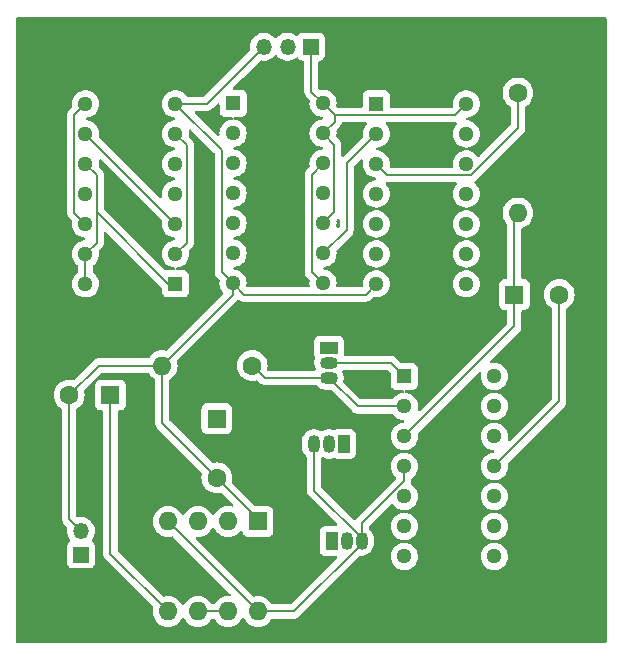
<source format=gbr>
%TF.GenerationSoftware,KiCad,Pcbnew,8.0.6*%
%TF.CreationDate,2024-12-13T16:31:17+05:30*%
%TF.ProjectId,pll1,706c6c31-2e6b-4696-9361-645f70636258,rev?*%
%TF.SameCoordinates,Original*%
%TF.FileFunction,Copper,L1,Top*%
%TF.FilePolarity,Positive*%
%FSLAX46Y46*%
G04 Gerber Fmt 4.6, Leading zero omitted, Abs format (unit mm)*
G04 Created by KiCad (PCBNEW 8.0.6) date 2024-12-13 16:31:17*
%MOMM*%
%LPD*%
G01*
G04 APERTURE LIST*
%TA.AperFunction,ComponentPad*%
%ADD10R,1.600000X1.600000*%
%TD*%
%TA.AperFunction,ComponentPad*%
%ADD11O,1.600000X1.600000*%
%TD*%
%TA.AperFunction,ComponentPad*%
%ADD12R,1.500000X1.050000*%
%TD*%
%TA.AperFunction,ComponentPad*%
%ADD13O,1.500000X1.050000*%
%TD*%
%TA.AperFunction,ComponentPad*%
%ADD14R,1.050000X1.500000*%
%TD*%
%TA.AperFunction,ComponentPad*%
%ADD15O,1.050000X1.500000*%
%TD*%
%TA.AperFunction,ComponentPad*%
%ADD16C,1.600000*%
%TD*%
%TA.AperFunction,ComponentPad*%
%ADD17R,1.295400X1.295400*%
%TD*%
%TA.AperFunction,ComponentPad*%
%ADD18C,1.295400*%
%TD*%
%TA.AperFunction,ComponentPad*%
%ADD19R,1.350000X1.350000*%
%TD*%
%TA.AperFunction,ComponentPad*%
%ADD20O,1.350000X1.350000*%
%TD*%
%TA.AperFunction,Conductor*%
%ADD21C,0.200000*%
%TD*%
G04 APERTURE END LIST*
D10*
%TO.P,U5,1,GND*%
%TO.N,GND*%
X139500000Y-80200000D03*
D11*
%TO.P,U5,2,TR*%
%TO.N,Net-(Q3-C)*%
X136960000Y-80200000D03*
%TO.P,U5,3,Q*%
%TO.N,out*%
X134420000Y-80200000D03*
%TO.P,U5,4,R*%
%TO.N,VDD*%
X131880000Y-80200000D03*
%TO.P,U5,5,CV*%
%TO.N,Net-(U5-CV)*%
X131880000Y-87820000D03*
%TO.P,U5,6,THR*%
%TO.N,Net-(Q3-C)*%
X134420000Y-87820000D03*
%TO.P,U5,7,DIS*%
X136960000Y-87820000D03*
%TO.P,U5,8,VCC*%
%TO.N,VDD*%
X139500000Y-87820000D03*
%TD*%
D12*
%TO.P,Q1,1,C*%
%TO.N,Net-(Q1-C)*%
X145500000Y-65500000D03*
D13*
%TO.P,Q1,2,B*%
%TO.N,Net-(Q1-B)*%
X145500000Y-66770000D03*
%TO.P,Q1,3,E*%
%TO.N,Net-(Q1-E)*%
X145500000Y-68040000D03*
%TD*%
D14*
%TO.P,Q2,1,C*%
%TO.N,Net-(Q1-C)*%
X146770000Y-73640000D03*
D15*
%TO.P,Q2,2,B*%
%TO.N,Net-(Q2-B)*%
X145500000Y-73640000D03*
%TO.P,Q2,3,E*%
%TO.N,VDD*%
X144230000Y-73640000D03*
%TD*%
D10*
%TO.P,C2,1*%
%TO.N,Net-(Q3-C)*%
X136000000Y-71500000D03*
D16*
%TO.P,C2,2*%
%TO.N,GND*%
X136000000Y-76500000D03*
%TD*%
D17*
%TO.P,U4,1,\u002A1R*%
%TO.N,VDD*%
X132500000Y-60080000D03*
D18*
%TO.P,U4,2,1D*%
%TO.N,Net-(U4-\u002A1Q)*%
X132500000Y-57540000D03*
%TO.P,U4,3,1CP*%
%TO.N,Net-(U4-1CP)*%
X132500000Y-55000000D03*
%TO.P,U4,4,\u002A1S*%
%TO.N,VDD*%
X132500000Y-52460000D03*
%TO.P,U4,5,1Q*%
%TO.N,Net-(U3-2CP)*%
X132500000Y-49920000D03*
%TO.P,U4,6,\u002A1Q*%
%TO.N,Net-(U4-\u002A1Q)*%
X132500000Y-47380000D03*
%TO.P,U4,7,GND*%
%TO.N,GND*%
X132500000Y-44840000D03*
%TO.P,U4,8,\u002A2Q*%
%TO.N,Net-(U4-\u002A2Q)*%
X124880000Y-44840000D03*
%TO.P,U4,9,2Q*%
%TO.N,Net-(U4-1CP)*%
X124880000Y-47380000D03*
%TO.P,U4,10,\u002A2S*%
%TO.N,VDD*%
X124880000Y-49920000D03*
%TO.P,U4,11,2CP*%
%TO.N,out*%
X124880000Y-52460000D03*
%TO.P,U4,12,2D*%
%TO.N,Net-(U4-\u002A2Q)*%
X124880000Y-55000000D03*
%TO.P,U4,13,\u002A2R*%
%TO.N,VDD*%
X124880000Y-57540000D03*
%TO.P,U4,14,VCC*%
X124880000Y-60080000D03*
%TD*%
D17*
%TO.P,U3,1,\u002A1R*%
%TO.N,unconnected-(U3-\u002A1R-Pad1)*%
X137380000Y-44800000D03*
D18*
%TO.P,U3,2,1D*%
%TO.N,unconnected-(U3-1D-Pad2)*%
X137380000Y-47340000D03*
%TO.P,U3,3,1CP*%
%TO.N,unconnected-(U3-1CP-Pad3)*%
X137380000Y-49880000D03*
%TO.P,U3,4,\u002A1S*%
%TO.N,unconnected-(U3-\u002A1S-Pad4)*%
X137380000Y-52420000D03*
%TO.P,U3,5,1Q*%
%TO.N,unconnected-(U3-1Q-Pad5)*%
X137380000Y-54960000D03*
%TO.P,U3,6,\u002A1Q*%
%TO.N,unconnected-(U3-\u002A1Q-Pad6)*%
X137380000Y-57500000D03*
%TO.P,U3,7,GND*%
%TO.N,GND*%
X137380000Y-60040000D03*
%TO.P,U3,8,\u002A2Q*%
%TO.N,Net-(U3-\u002A2Q)*%
X145000000Y-60040000D03*
%TO.P,U3,9,2Q*%
%TO.N,Net-(U1-1B)*%
X145000000Y-57500000D03*
%TO.P,U3,10,\u002A2S*%
%TO.N,VDD*%
X145000000Y-54960000D03*
%TO.P,U3,11,2CP*%
%TO.N,Net-(U3-2CP)*%
X145000000Y-52420000D03*
%TO.P,U3,12,2D*%
%TO.N,Net-(U3-\u002A2Q)*%
X145000000Y-49880000D03*
%TO.P,U3,13,\u002A2R*%
%TO.N,VDD*%
X145000000Y-47340000D03*
%TO.P,U3,14,VCC*%
X145000000Y-44800000D03*
%TD*%
D16*
%TO.P,R1,1*%
%TO.N,Net-(U1-1Y)*%
X161500000Y-43920000D03*
D11*
%TO.P,R1,2*%
%TO.N,Net-(U2-1IN+)*%
X161500000Y-54080000D03*
%TD*%
D17*
%TO.P,U2,1,1OUT*%
%TO.N,Net-(Q1-B)*%
X151880000Y-67920000D03*
D18*
%TO.P,U2,2,1IN-*%
%TO.N,Net-(Q1-E)*%
X151880000Y-70460000D03*
%TO.P,U2,3,1IN+*%
%TO.N,Net-(U2-1IN+)*%
X151880000Y-73000000D03*
%TO.P,U2,4,VCC*%
%TO.N,VDD*%
X151880000Y-75540000D03*
%TO.P,U2,5,2IN+*%
%TO.N,unconnected-(U2-2IN+-Pad5)*%
X151880000Y-78080000D03*
%TO.P,U2,6,2IN-*%
%TO.N,unconnected-(U2-2IN--Pad6)*%
X151880000Y-80620000D03*
%TO.P,U2,7,2OUT*%
%TO.N,unconnected-(U2-2OUT-Pad7)*%
X151880000Y-83160000D03*
%TO.P,U2,8,3OUT*%
%TO.N,unconnected-(U2-3OUT-Pad8)*%
X159500000Y-83160000D03*
%TO.P,U2,9,3IN-*%
%TO.N,unconnected-(U2-3IN--Pad9)*%
X159500000Y-80620000D03*
%TO.P,U2,10,3IN+*%
%TO.N,unconnected-(U2-3IN+-Pad10)*%
X159500000Y-78080000D03*
%TO.P,U2,11,GND*%
%TO.N,GND*%
X159500000Y-75540000D03*
%TO.P,U2,12,4IN+*%
%TO.N,unconnected-(U2-4IN+-Pad12)*%
X159500000Y-73000000D03*
%TO.P,U2,13,4IN-*%
%TO.N,unconnected-(U2-4IN--Pad13)*%
X159500000Y-70460000D03*
%TO.P,U2,14,4OUT*%
%TO.N,unconnected-(U2-4OUT-Pad14)*%
X159500000Y-67920000D03*
%TD*%
D19*
%TO.P,J2,1,Pin_1*%
%TO.N,VDD*%
X144000000Y-40000000D03*
D20*
%TO.P,J2,2,Pin_2*%
%TO.N,in1*%
X142000000Y-40000000D03*
%TO.P,J2,3,Pin_3*%
%TO.N,GND*%
X140000000Y-40000000D03*
%TD*%
D17*
%TO.P,U1,1,1A*%
%TO.N,in1*%
X149500000Y-44840000D03*
D18*
%TO.P,U1,2,1B*%
%TO.N,Net-(U1-1B)*%
X149500000Y-47380000D03*
%TO.P,U1,3,1Y*%
%TO.N,Net-(U1-1Y)*%
X149500000Y-49920000D03*
%TO.P,U1,4,2A*%
%TO.N,unconnected-(U1-2A-Pad4)*%
X149500000Y-52460000D03*
%TO.P,U1,5,2B*%
%TO.N,unconnected-(U1-2B-Pad5)*%
X149500000Y-55000000D03*
%TO.P,U1,6,2Y*%
%TO.N,unconnected-(U1-2Y-Pad6)*%
X149500000Y-57540000D03*
%TO.P,U1,7,GND*%
%TO.N,GND*%
X149500000Y-60080000D03*
%TO.P,U1,8,3Y*%
%TO.N,unconnected-(U1-3Y-Pad8)*%
X157120000Y-60080000D03*
%TO.P,U1,9,3A*%
%TO.N,unconnected-(U1-3A-Pad9)*%
X157120000Y-57540000D03*
%TO.P,U1,10,3B*%
%TO.N,unconnected-(U1-3B-Pad10)*%
X157120000Y-55000000D03*
%TO.P,U1,11,4Y*%
%TO.N,unconnected-(U1-4Y-Pad11)*%
X157120000Y-52460000D03*
%TO.P,U1,12,4A*%
%TO.N,unconnected-(U1-4A-Pad12)*%
X157120000Y-49920000D03*
%TO.P,U1,13,4B*%
%TO.N,unconnected-(U1-4B-Pad13)*%
X157120000Y-47380000D03*
%TO.P,U1,14,VCC*%
%TO.N,VDD*%
X157120000Y-44840000D03*
%TD*%
D10*
%TO.P,C1,1*%
%TO.N,Net-(U2-1IN+)*%
X161197349Y-61000000D03*
D16*
%TO.P,C1,2*%
%TO.N,GND*%
X164997349Y-61000000D03*
%TD*%
D14*
%TO.P,Q3,1,C*%
%TO.N,Net-(Q3-C)*%
X145730000Y-81860000D03*
D15*
%TO.P,Q3,2,B*%
%TO.N,Net-(Q2-B)*%
X147000000Y-81860000D03*
%TO.P,Q3,3,E*%
%TO.N,VDD*%
X148270000Y-81860000D03*
%TD*%
D16*
%TO.P,R2,1*%
%TO.N,Net-(Q1-E)*%
X139000000Y-67000000D03*
D11*
%TO.P,R2,2*%
%TO.N,GND*%
X131380000Y-67000000D03*
%TD*%
D19*
%TO.P,J1,1,Pin_1*%
%TO.N,out*%
X124500000Y-83000000D03*
D20*
%TO.P,J1,2,Pin_2*%
%TO.N,GND*%
X124500000Y-81000000D03*
%TD*%
D10*
%TO.P,C3,1*%
%TO.N,Net-(U5-CV)*%
X127000000Y-69500000D03*
D16*
%TO.P,C3,2*%
%TO.N,GND*%
X123500000Y-69500000D03*
%TD*%
D21*
%TO.N,Net-(U2-1IN+)*%
X161197349Y-61000000D02*
X161197349Y-63682651D01*
X161197349Y-61000000D02*
X161197349Y-54382651D01*
X161197349Y-54382651D02*
X161500000Y-54080000D01*
X161197349Y-63682651D02*
X151880000Y-73000000D01*
%TO.N,GND*%
X126000000Y-67000000D02*
X123500000Y-69500000D01*
X137380000Y-60040000D02*
X136432300Y-59092300D01*
X148592300Y-60987700D02*
X138327700Y-60987700D01*
X139500000Y-80200000D02*
X139500000Y-80000000D01*
X149500000Y-60080000D02*
X148592300Y-60987700D01*
X132500000Y-44840000D02*
X135160000Y-44840000D01*
X137380000Y-61000000D02*
X131380000Y-67000000D01*
X131380000Y-67000000D02*
X126000000Y-67000000D01*
X136432300Y-48772300D02*
X132500000Y-44840000D01*
X123500000Y-69500000D02*
X123500000Y-80000000D01*
X137380000Y-60040000D02*
X137380000Y-61000000D01*
X139500000Y-80000000D02*
X136000000Y-76500000D01*
X136432300Y-59092300D02*
X136432300Y-48772300D01*
X131380000Y-71880000D02*
X131380000Y-67000000D01*
X138327700Y-60987700D02*
X137380000Y-60040000D01*
X136000000Y-76500000D02*
X131380000Y-71880000D01*
X123500000Y-80000000D02*
X124500000Y-81000000D01*
X135160000Y-44840000D02*
X140000000Y-40000000D01*
X164997349Y-70042651D02*
X159500000Y-75540000D01*
X164997349Y-61000000D02*
X164997349Y-70042651D01*
%TO.N,Net-(Q3-C)*%
X136960000Y-87820000D02*
X134420000Y-87820000D01*
%TO.N,Net-(U5-CV)*%
X131880000Y-87820000D02*
X127000000Y-82940000D01*
X127000000Y-82940000D02*
X127000000Y-69500000D01*
%TO.N,VDD*%
X131880000Y-80200000D02*
X139500000Y-87820000D01*
X132500000Y-60080000D02*
X131907700Y-60080000D01*
X144000000Y-43800000D02*
X145000000Y-44800000D01*
X145000000Y-47340000D02*
X145987700Y-46352300D01*
X151880000Y-76739749D02*
X151880000Y-75540000D01*
X145000000Y-44800000D02*
X145987700Y-45787700D01*
X124880000Y-57540000D02*
X124880000Y-60080000D01*
X148270000Y-81860000D02*
X148270000Y-81635000D01*
X125827700Y-56592300D02*
X124880000Y-57540000D01*
X156172300Y-45787700D02*
X157120000Y-44840000D01*
X125827700Y-50867700D02*
X125827700Y-54000000D01*
X145947700Y-48287700D02*
X145947700Y-54012300D01*
X148270000Y-81635000D02*
X144230000Y-77595000D01*
X145987700Y-45787700D02*
X156172300Y-45787700D01*
X148270000Y-80349749D02*
X151880000Y-76739749D01*
X142535000Y-87820000D02*
X148270000Y-82085000D01*
X145987700Y-46352300D02*
X145987700Y-45787700D01*
X139500000Y-87820000D02*
X142535000Y-87820000D01*
X131907700Y-60080000D02*
X125827700Y-54000000D01*
X144230000Y-77595000D02*
X144230000Y-73640000D01*
X148270000Y-81860000D02*
X148270000Y-80349749D01*
X144000000Y-40000000D02*
X144000000Y-43800000D01*
X145947700Y-54012300D02*
X145000000Y-54960000D01*
X124880000Y-49920000D02*
X125827700Y-50867700D01*
X125827700Y-54000000D02*
X125827700Y-56592300D01*
X148270000Y-82085000D02*
X148270000Y-81860000D01*
X145000000Y-47340000D02*
X145947700Y-48287700D01*
%TO.N,Net-(Q1-B)*%
X150730000Y-66770000D02*
X145500000Y-66770000D01*
X151880000Y-67920000D02*
X150730000Y-66770000D01*
%TO.N,Net-(Q1-E)*%
X147920000Y-70460000D02*
X145500000Y-68040000D01*
X151880000Y-70460000D02*
X147920000Y-70460000D01*
X140040000Y-68040000D02*
X139000000Y-67000000D01*
X145500000Y-68040000D02*
X140040000Y-68040000D01*
%TO.N,Net-(Q2-B)*%
X145500000Y-74245000D02*
X145500000Y-73640000D01*
%TO.N,Net-(U1-1Y)*%
X161500000Y-46880251D02*
X157512551Y-50867700D01*
X150447700Y-50867700D02*
X149500000Y-49920000D01*
X157512551Y-50867700D02*
X150447700Y-50867700D01*
X161500000Y-43920000D02*
X161500000Y-46880251D01*
%TO.N,Net-(U1-1B)*%
X147014315Y-49865685D02*
X147014315Y-55485685D01*
X147014315Y-55485685D02*
X145000000Y-57500000D01*
X149500000Y-47380000D02*
X147014315Y-49865685D01*
%TO.N,Net-(U3-\u002A2Q)*%
X144052300Y-50827700D02*
X144052300Y-59092300D01*
X144052300Y-59092300D02*
X145000000Y-60040000D01*
X145000000Y-49880000D02*
X144052300Y-50827700D01*
%TO.N,Net-(U4-1CP)*%
X132500000Y-55000000D02*
X124880000Y-47380000D01*
%TO.N,Net-(U4-\u002A2Q)*%
X123932300Y-45787700D02*
X123932300Y-54052300D01*
X124880000Y-44840000D02*
X123932300Y-45787700D01*
X123932300Y-54052300D02*
X124880000Y-55000000D01*
%TO.N,Net-(U4-\u002A1Q)*%
X132500000Y-47380000D02*
X133447700Y-48327700D01*
X133447700Y-56592300D02*
X132500000Y-57540000D01*
X133447700Y-48327700D02*
X133447700Y-56592300D01*
%TD*%
%TA.AperFunction,NonConductor*%
G36*
X168942539Y-37520185D02*
G01*
X168988294Y-37572989D01*
X168999500Y-37624500D01*
X168999500Y-90375500D01*
X168979815Y-90442539D01*
X168927011Y-90488294D01*
X168875500Y-90499500D01*
X119124500Y-90499500D01*
X119057461Y-90479815D01*
X119011706Y-90427011D01*
X119000500Y-90375500D01*
X119000500Y-69499998D01*
X122194532Y-69499998D01*
X122194532Y-69500001D01*
X122214364Y-69726686D01*
X122214366Y-69726697D01*
X122273258Y-69946488D01*
X122273261Y-69946497D01*
X122369431Y-70152732D01*
X122369432Y-70152734D01*
X122499954Y-70339141D01*
X122660858Y-70500045D01*
X122660861Y-70500047D01*
X122846624Y-70630118D01*
X122890248Y-70684693D01*
X122899500Y-70731692D01*
X122899500Y-79913330D01*
X122899499Y-79913348D01*
X122899499Y-80079054D01*
X122899498Y-80079054D01*
X122899499Y-80079057D01*
X122940423Y-80231785D01*
X122962886Y-80270692D01*
X123019477Y-80368712D01*
X123019481Y-80368717D01*
X123138349Y-80487585D01*
X123138355Y-80487590D01*
X123308920Y-80658155D01*
X123342405Y-80719478D01*
X123340581Y-80777439D01*
X123340618Y-80777446D01*
X123340574Y-80777679D01*
X123340509Y-80779757D01*
X123339566Y-80783072D01*
X123339564Y-80783078D01*
X123319464Y-80999999D01*
X123319464Y-81000000D01*
X123339564Y-81216918D01*
X123339564Y-81216920D01*
X123339565Y-81216923D01*
X123371900Y-81330568D01*
X123399184Y-81426462D01*
X123455823Y-81540208D01*
X123496288Y-81621472D01*
X123577562Y-81729097D01*
X123577747Y-81729341D01*
X123602439Y-81794702D01*
X123587874Y-81863037D01*
X123553105Y-81903334D01*
X123467452Y-81967455D01*
X123381206Y-82082664D01*
X123381202Y-82082671D01*
X123330908Y-82217517D01*
X123328514Y-82239789D01*
X123324501Y-82277123D01*
X123324500Y-82277135D01*
X123324500Y-83722870D01*
X123324501Y-83722876D01*
X123330908Y-83782483D01*
X123381202Y-83917328D01*
X123381206Y-83917335D01*
X123467452Y-84032544D01*
X123467455Y-84032547D01*
X123582664Y-84118793D01*
X123582671Y-84118797D01*
X123717517Y-84169091D01*
X123717516Y-84169091D01*
X123724444Y-84169835D01*
X123777127Y-84175500D01*
X125222872Y-84175499D01*
X125282483Y-84169091D01*
X125417331Y-84118796D01*
X125532546Y-84032546D01*
X125618796Y-83917331D01*
X125669091Y-83782483D01*
X125675500Y-83722873D01*
X125675499Y-82277128D01*
X125669091Y-82217517D01*
X125657337Y-82186004D01*
X125618797Y-82082671D01*
X125618793Y-82082664D01*
X125532547Y-81967455D01*
X125532544Y-81967452D01*
X125446895Y-81903335D01*
X125405024Y-81847402D01*
X125400040Y-81777710D01*
X125422251Y-81729344D01*
X125503712Y-81621472D01*
X125600817Y-81426459D01*
X125660435Y-81216923D01*
X125680536Y-81000000D01*
X125660435Y-80783077D01*
X125600817Y-80573541D01*
X125503712Y-80378528D01*
X125372427Y-80204678D01*
X125371074Y-80203445D01*
X125234624Y-80079054D01*
X125211432Y-80057912D01*
X125211428Y-80057909D01*
X125211423Y-80057906D01*
X125026213Y-79943229D01*
X125026207Y-79943226D01*
X124941113Y-79910260D01*
X124823069Y-79864530D01*
X124608926Y-79824500D01*
X124391074Y-79824500D01*
X124391073Y-79824500D01*
X124272210Y-79846718D01*
X124202695Y-79839686D01*
X124161746Y-79812510D01*
X124136819Y-79787583D01*
X124103334Y-79726260D01*
X124100500Y-79699902D01*
X124100500Y-70731692D01*
X124120185Y-70664653D01*
X124153374Y-70630119D01*
X124339139Y-70500047D01*
X124500047Y-70339139D01*
X124630568Y-70152734D01*
X124726739Y-69946496D01*
X124785635Y-69726692D01*
X124805468Y-69500000D01*
X124785635Y-69273308D01*
X124759847Y-69177066D01*
X124761510Y-69107217D01*
X124791939Y-69057294D01*
X125616004Y-68233230D01*
X125677326Y-68199746D01*
X125698626Y-68201269D01*
X125697228Y-68194839D01*
X125721645Y-68129374D01*
X125733226Y-68116007D01*
X126212416Y-67636819D01*
X126273739Y-67603334D01*
X126300097Y-67600500D01*
X130148308Y-67600500D01*
X130215347Y-67620185D01*
X130249880Y-67653374D01*
X130311147Y-67740873D01*
X130379954Y-67839141D01*
X130540858Y-68000045D01*
X130540861Y-68000047D01*
X130726624Y-68130118D01*
X130770248Y-68184693D01*
X130779500Y-68231692D01*
X130779500Y-71793330D01*
X130779499Y-71793348D01*
X130779499Y-71959054D01*
X130779498Y-71959054D01*
X130820423Y-72111786D01*
X130820424Y-72111787D01*
X130836807Y-72140163D01*
X130899481Y-72248717D01*
X131018349Y-72367585D01*
X131018355Y-72367590D01*
X134708058Y-76057293D01*
X134741543Y-76118616D01*
X134740152Y-76177067D01*
X134714366Y-76273302D01*
X134714364Y-76273313D01*
X134694532Y-76499998D01*
X134694532Y-76500001D01*
X134714364Y-76726686D01*
X134714366Y-76726697D01*
X134773258Y-76946488D01*
X134773261Y-76946497D01*
X134869431Y-77152732D01*
X134869432Y-77152734D01*
X134999954Y-77339141D01*
X135160858Y-77500045D01*
X135160861Y-77500047D01*
X135347266Y-77630568D01*
X135553504Y-77726739D01*
X135773308Y-77785635D01*
X135935230Y-77799801D01*
X135999998Y-77805468D01*
X136000000Y-77805468D01*
X136000002Y-77805468D01*
X136056673Y-77800509D01*
X136226692Y-77785635D01*
X136322932Y-77759847D01*
X136392781Y-77761510D01*
X136442706Y-77791941D01*
X137376417Y-78725652D01*
X137409902Y-78786975D01*
X137404918Y-78856667D01*
X137363046Y-78912600D01*
X137297582Y-78937017D01*
X137256643Y-78933108D01*
X137186697Y-78914366D01*
X137186693Y-78914365D01*
X137186692Y-78914365D01*
X137186691Y-78914364D01*
X137186686Y-78914364D01*
X136960002Y-78894532D01*
X136959998Y-78894532D01*
X136733313Y-78914364D01*
X136733302Y-78914366D01*
X136513511Y-78973258D01*
X136513502Y-78973261D01*
X136307267Y-79069431D01*
X136307265Y-79069432D01*
X136120858Y-79199954D01*
X135959954Y-79360858D01*
X135829432Y-79547265D01*
X135829431Y-79547267D01*
X135802382Y-79605275D01*
X135756209Y-79657714D01*
X135689016Y-79676866D01*
X135622135Y-79656650D01*
X135577618Y-79605275D01*
X135569455Y-79587770D01*
X135550568Y-79547266D01*
X135420047Y-79360861D01*
X135420045Y-79360858D01*
X135259141Y-79199954D01*
X135072734Y-79069432D01*
X135072732Y-79069431D01*
X134866497Y-78973261D01*
X134866488Y-78973258D01*
X134646697Y-78914366D01*
X134646693Y-78914365D01*
X134646692Y-78914365D01*
X134646691Y-78914364D01*
X134646686Y-78914364D01*
X134420002Y-78894532D01*
X134419998Y-78894532D01*
X134193313Y-78914364D01*
X134193302Y-78914366D01*
X133973511Y-78973258D01*
X133973502Y-78973261D01*
X133767267Y-79069431D01*
X133767265Y-79069432D01*
X133580858Y-79199954D01*
X133419954Y-79360858D01*
X133289432Y-79547265D01*
X133289431Y-79547267D01*
X133262382Y-79605275D01*
X133216209Y-79657714D01*
X133149016Y-79676866D01*
X133082135Y-79656650D01*
X133037618Y-79605275D01*
X133029455Y-79587770D01*
X133010568Y-79547266D01*
X132880047Y-79360861D01*
X132880045Y-79360858D01*
X132719141Y-79199954D01*
X132532734Y-79069432D01*
X132532732Y-79069431D01*
X132326497Y-78973261D01*
X132326488Y-78973258D01*
X132106697Y-78914366D01*
X132106693Y-78914365D01*
X132106692Y-78914365D01*
X132106691Y-78914364D01*
X132106686Y-78914364D01*
X131880002Y-78894532D01*
X131879998Y-78894532D01*
X131653313Y-78914364D01*
X131653302Y-78914366D01*
X131433511Y-78973258D01*
X131433502Y-78973261D01*
X131227267Y-79069431D01*
X131227265Y-79069432D01*
X131040858Y-79199954D01*
X130879954Y-79360858D01*
X130749432Y-79547265D01*
X130749431Y-79547267D01*
X130653261Y-79753502D01*
X130653258Y-79753511D01*
X130594366Y-79973302D01*
X130594364Y-79973313D01*
X130574532Y-80199998D01*
X130574532Y-80200001D01*
X130594364Y-80426686D01*
X130594366Y-80426697D01*
X130653258Y-80646488D01*
X130653261Y-80646497D01*
X130749431Y-80852732D01*
X130749432Y-80852734D01*
X130879954Y-81039141D01*
X131040858Y-81200045D01*
X131064963Y-81216923D01*
X131227266Y-81330568D01*
X131433504Y-81426739D01*
X131653308Y-81485635D01*
X131795361Y-81498063D01*
X131879998Y-81505468D01*
X131880000Y-81505468D01*
X131880002Y-81505468D01*
X131936807Y-81500498D01*
X132106692Y-81485635D01*
X132202932Y-81459847D01*
X132272781Y-81461510D01*
X132322706Y-81491941D01*
X137141336Y-86310571D01*
X137174821Y-86371894D01*
X137169837Y-86441586D01*
X137127965Y-86497519D01*
X137062501Y-86521936D01*
X137042848Y-86521780D01*
X136960002Y-86514532D01*
X136959998Y-86514532D01*
X136733313Y-86534364D01*
X136733302Y-86534366D01*
X136513511Y-86593258D01*
X136513502Y-86593261D01*
X136307267Y-86689431D01*
X136307265Y-86689432D01*
X136120858Y-86819954D01*
X135959954Y-86980858D01*
X135883450Y-87090118D01*
X135829881Y-87166624D01*
X135775307Y-87210248D01*
X135728308Y-87219500D01*
X135651692Y-87219500D01*
X135584653Y-87199815D01*
X135550119Y-87166625D01*
X135420047Y-86980861D01*
X135420045Y-86980858D01*
X135259141Y-86819954D01*
X135072734Y-86689432D01*
X135072732Y-86689431D01*
X134866497Y-86593261D01*
X134866488Y-86593258D01*
X134646697Y-86534366D01*
X134646693Y-86534365D01*
X134646692Y-86534365D01*
X134646691Y-86534364D01*
X134646686Y-86534364D01*
X134420002Y-86514532D01*
X134419998Y-86514532D01*
X134193313Y-86534364D01*
X134193302Y-86534366D01*
X133973511Y-86593258D01*
X133973502Y-86593261D01*
X133767267Y-86689431D01*
X133767265Y-86689432D01*
X133580858Y-86819954D01*
X133419954Y-86980858D01*
X133289432Y-87167265D01*
X133289431Y-87167267D01*
X133262382Y-87225275D01*
X133216209Y-87277714D01*
X133149016Y-87296866D01*
X133082135Y-87276650D01*
X133037618Y-87225275D01*
X133034925Y-87219500D01*
X133010568Y-87167266D01*
X132880047Y-86980861D01*
X132880045Y-86980858D01*
X132719141Y-86819954D01*
X132532734Y-86689432D01*
X132532732Y-86689431D01*
X132326497Y-86593261D01*
X132326488Y-86593258D01*
X132106697Y-86534366D01*
X132106693Y-86534365D01*
X132106692Y-86534365D01*
X132106691Y-86534364D01*
X132106686Y-86534364D01*
X131880002Y-86514532D01*
X131879998Y-86514532D01*
X131653313Y-86534364D01*
X131653302Y-86534366D01*
X131557067Y-86560152D01*
X131487217Y-86558489D01*
X131437293Y-86528058D01*
X127636819Y-82727584D01*
X127603334Y-82666261D01*
X127600500Y-82639903D01*
X127600500Y-70924499D01*
X127620185Y-70857460D01*
X127672989Y-70811705D01*
X127724500Y-70800499D01*
X127847871Y-70800499D01*
X127847872Y-70800499D01*
X127907483Y-70794091D01*
X128042331Y-70743796D01*
X128157546Y-70657546D01*
X128243796Y-70542331D01*
X128294091Y-70407483D01*
X128300500Y-70347873D01*
X128300499Y-68652128D01*
X128294091Y-68592517D01*
X128269669Y-68527039D01*
X128243797Y-68457671D01*
X128243793Y-68457664D01*
X128157547Y-68342455D01*
X128157544Y-68342452D01*
X128042335Y-68256206D01*
X128042328Y-68256202D01*
X127907482Y-68205908D01*
X127907483Y-68205908D01*
X127847883Y-68199501D01*
X127847881Y-68199500D01*
X127847873Y-68199500D01*
X127847864Y-68199500D01*
X126152129Y-68199500D01*
X126152123Y-68199501D01*
X126092516Y-68205908D01*
X125957671Y-68256202D01*
X125957669Y-68256204D01*
X125895223Y-68302951D01*
X125829759Y-68327368D01*
X125824297Y-68326179D01*
X125812516Y-68380339D01*
X125802951Y-68395223D01*
X125756204Y-68457669D01*
X125756202Y-68457671D01*
X125705908Y-68592517D01*
X125700750Y-68640499D01*
X125699501Y-68652123D01*
X125699500Y-68652135D01*
X125699500Y-70347870D01*
X125699501Y-70347876D01*
X125705908Y-70407483D01*
X125756202Y-70542328D01*
X125756206Y-70542335D01*
X125842452Y-70657544D01*
X125842455Y-70657547D01*
X125957664Y-70743793D01*
X125957671Y-70743797D01*
X126002618Y-70760561D01*
X126092517Y-70794091D01*
X126152127Y-70800500D01*
X126275500Y-70800499D01*
X126342539Y-70820183D01*
X126388294Y-70872987D01*
X126399500Y-70924499D01*
X126399500Y-82853330D01*
X126399499Y-82853348D01*
X126399499Y-83019054D01*
X126399498Y-83019054D01*
X126440423Y-83171785D01*
X126469358Y-83221900D01*
X126469359Y-83221904D01*
X126469360Y-83221904D01*
X126519479Y-83308714D01*
X126519481Y-83308717D01*
X126638349Y-83427585D01*
X126638355Y-83427590D01*
X130588058Y-87377293D01*
X130621543Y-87438616D01*
X130620152Y-87497067D01*
X130594366Y-87593302D01*
X130594364Y-87593313D01*
X130574532Y-87819998D01*
X130574532Y-87820001D01*
X130594364Y-88046686D01*
X130594366Y-88046697D01*
X130653258Y-88266488D01*
X130653261Y-88266497D01*
X130749431Y-88472732D01*
X130749432Y-88472734D01*
X130879954Y-88659141D01*
X131040858Y-88820045D01*
X131040861Y-88820047D01*
X131227266Y-88950568D01*
X131433504Y-89046739D01*
X131653308Y-89105635D01*
X131815230Y-89119801D01*
X131879998Y-89125468D01*
X131880000Y-89125468D01*
X131880002Y-89125468D01*
X131936673Y-89120509D01*
X132106692Y-89105635D01*
X132326496Y-89046739D01*
X132532734Y-88950568D01*
X132719139Y-88820047D01*
X132880047Y-88659139D01*
X133010568Y-88472734D01*
X133037618Y-88414724D01*
X133083790Y-88362285D01*
X133150983Y-88343133D01*
X133217865Y-88363348D01*
X133262382Y-88414725D01*
X133289429Y-88472728D01*
X133289432Y-88472734D01*
X133419954Y-88659141D01*
X133580858Y-88820045D01*
X133580861Y-88820047D01*
X133767266Y-88950568D01*
X133973504Y-89046739D01*
X134193308Y-89105635D01*
X134355230Y-89119801D01*
X134419998Y-89125468D01*
X134420000Y-89125468D01*
X134420002Y-89125468D01*
X134476673Y-89120509D01*
X134646692Y-89105635D01*
X134866496Y-89046739D01*
X135072734Y-88950568D01*
X135259139Y-88820047D01*
X135420047Y-88659139D01*
X135550118Y-88473375D01*
X135604693Y-88429752D01*
X135651692Y-88420500D01*
X135728308Y-88420500D01*
X135795347Y-88440185D01*
X135829880Y-88473374D01*
X135915480Y-88595624D01*
X135959954Y-88659141D01*
X136120858Y-88820045D01*
X136120861Y-88820047D01*
X136307266Y-88950568D01*
X136513504Y-89046739D01*
X136733308Y-89105635D01*
X136895230Y-89119801D01*
X136959998Y-89125468D01*
X136960000Y-89125468D01*
X136960002Y-89125468D01*
X137016673Y-89120509D01*
X137186692Y-89105635D01*
X137406496Y-89046739D01*
X137612734Y-88950568D01*
X137799139Y-88820047D01*
X137960047Y-88659139D01*
X138090568Y-88472734D01*
X138117618Y-88414724D01*
X138163790Y-88362285D01*
X138230983Y-88343133D01*
X138297865Y-88363348D01*
X138342382Y-88414725D01*
X138369429Y-88472728D01*
X138369432Y-88472734D01*
X138499954Y-88659141D01*
X138660858Y-88820045D01*
X138660861Y-88820047D01*
X138847266Y-88950568D01*
X139053504Y-89046739D01*
X139273308Y-89105635D01*
X139435230Y-89119801D01*
X139499998Y-89125468D01*
X139500000Y-89125468D01*
X139500002Y-89125468D01*
X139556673Y-89120509D01*
X139726692Y-89105635D01*
X139946496Y-89046739D01*
X140152734Y-88950568D01*
X140339139Y-88820047D01*
X140500047Y-88659139D01*
X140630118Y-88473375D01*
X140684693Y-88429752D01*
X140731692Y-88420500D01*
X142448331Y-88420500D01*
X142448347Y-88420501D01*
X142455943Y-88420501D01*
X142614054Y-88420501D01*
X142614057Y-88420501D01*
X142766785Y-88379577D01*
X142816904Y-88350639D01*
X142903716Y-88300520D01*
X143015520Y-88188716D01*
X143015520Y-88188714D01*
X143025728Y-88178507D01*
X143025729Y-88178504D01*
X148059356Y-83144878D01*
X148120677Y-83111395D01*
X148162822Y-83111018D01*
X148162932Y-83109903D01*
X148168995Y-83110500D01*
X148168997Y-83110500D01*
X148371004Y-83110500D01*
X148371005Y-83110499D01*
X148569127Y-83071091D01*
X148755756Y-82993786D01*
X148923718Y-82881558D01*
X149066558Y-82738718D01*
X149178786Y-82570756D01*
X149256091Y-82384127D01*
X149295500Y-82186003D01*
X149295500Y-81533997D01*
X149256091Y-81335873D01*
X149178786Y-81149244D01*
X149178784Y-81149241D01*
X149178782Y-81149237D01*
X149066558Y-80981281D01*
X148923721Y-80838444D01*
X148919010Y-80834578D01*
X148920156Y-80833181D01*
X148880802Y-80786088D01*
X148870500Y-80736603D01*
X148870500Y-80649845D01*
X148890185Y-80582806D01*
X148906814Y-80562169D01*
X150748217Y-78720765D01*
X150809538Y-78687282D01*
X150879230Y-78692266D01*
X150934850Y-78733720D01*
X151027838Y-78856855D01*
X151185090Y-79000208D01*
X151185092Y-79000210D01*
X151366007Y-79112228D01*
X151366013Y-79112231D01*
X151408048Y-79128515D01*
X151564434Y-79189099D01*
X151773129Y-79228111D01*
X151835410Y-79259779D01*
X151870683Y-79320092D01*
X151867749Y-79389900D01*
X151827540Y-79447040D01*
X151773129Y-79471888D01*
X151564434Y-79510901D01*
X151564431Y-79510901D01*
X151564431Y-79510902D01*
X151366013Y-79587768D01*
X151366007Y-79587771D01*
X151185092Y-79699789D01*
X151185090Y-79699791D01*
X151027836Y-79843147D01*
X150899596Y-80012962D01*
X150804750Y-80203439D01*
X150804750Y-80203440D01*
X150746514Y-80408115D01*
X150726881Y-80619999D01*
X150726881Y-80620000D01*
X150746514Y-80831884D01*
X150804750Y-81036559D01*
X150804750Y-81036560D01*
X150899596Y-81227037D01*
X151027836Y-81396852D01*
X151185090Y-81540208D01*
X151185092Y-81540210D01*
X151366007Y-81652228D01*
X151366013Y-81652231D01*
X151408048Y-81668515D01*
X151564434Y-81729099D01*
X151773129Y-81768111D01*
X151835410Y-81799779D01*
X151870683Y-81860092D01*
X151867749Y-81929900D01*
X151827540Y-81987040D01*
X151773129Y-82011888D01*
X151564434Y-82050901D01*
X151564431Y-82050901D01*
X151564431Y-82050902D01*
X151366013Y-82127768D01*
X151366007Y-82127771D01*
X151185092Y-82239789D01*
X151185090Y-82239791D01*
X151027836Y-82383147D01*
X150899596Y-82552962D01*
X150804750Y-82743439D01*
X150804750Y-82743440D01*
X150746514Y-82948115D01*
X150726881Y-83159999D01*
X150726881Y-83160000D01*
X150746514Y-83371884D01*
X150804750Y-83576559D01*
X150804750Y-83576560D01*
X150899596Y-83767037D01*
X151027836Y-83936852D01*
X151185090Y-84080208D01*
X151185092Y-84080210D01*
X151366007Y-84192228D01*
X151366013Y-84192231D01*
X151408048Y-84208515D01*
X151564434Y-84269099D01*
X151773604Y-84308200D01*
X151773606Y-84308200D01*
X151986394Y-84308200D01*
X151986396Y-84308200D01*
X152195566Y-84269099D01*
X152393989Y-84192230D01*
X152574909Y-84080209D01*
X152732165Y-83936851D01*
X152860402Y-83767039D01*
X152882389Y-83722883D01*
X152955249Y-83576560D01*
X152955249Y-83576559D01*
X152955248Y-83576559D01*
X152955251Y-83576555D01*
X153013485Y-83371885D01*
X153033119Y-83160000D01*
X153024880Y-83071092D01*
X153013485Y-82948115D01*
X152986231Y-82852328D01*
X152955251Y-82743445D01*
X152955249Y-82743440D01*
X152955249Y-82743439D01*
X152860403Y-82552962D01*
X152817656Y-82496357D01*
X152732165Y-82383149D01*
X152574909Y-82239791D01*
X152574907Y-82239789D01*
X152393992Y-82127771D01*
X152393986Y-82127768D01*
X152237603Y-82067186D01*
X152195566Y-82050901D01*
X151986868Y-82011888D01*
X151924589Y-81980221D01*
X151889316Y-81919908D01*
X151892250Y-81850100D01*
X151932459Y-81792960D01*
X151986868Y-81768111D01*
X152195566Y-81729099D01*
X152393989Y-81652230D01*
X152574909Y-81540209D01*
X152732165Y-81396851D01*
X152860402Y-81227039D01*
X152899139Y-81149244D01*
X152955249Y-81036560D01*
X152955249Y-81036559D01*
X152955248Y-81036559D01*
X152955251Y-81036555D01*
X153013485Y-80831885D01*
X153033119Y-80620000D01*
X153029672Y-80582806D01*
X153013485Y-80408115D01*
X152955251Y-80203445D01*
X152955249Y-80203440D01*
X152955249Y-80203439D01*
X152860403Y-80012962D01*
X152785177Y-79913348D01*
X152732165Y-79843149D01*
X152574909Y-79699791D01*
X152574907Y-79699789D01*
X152393992Y-79587771D01*
X152393986Y-79587768D01*
X152237603Y-79527186D01*
X152195566Y-79510901D01*
X151986868Y-79471888D01*
X151924589Y-79440221D01*
X151889316Y-79379908D01*
X151892250Y-79310100D01*
X151932459Y-79252960D01*
X151986868Y-79228111D01*
X152195566Y-79189099D01*
X152393989Y-79112230D01*
X152574909Y-79000209D01*
X152732165Y-78856851D01*
X152860402Y-78687039D01*
X152955251Y-78496555D01*
X153013485Y-78291885D01*
X153033119Y-78080000D01*
X153013485Y-77868115D01*
X152955251Y-77663445D01*
X152955249Y-77663440D01*
X152955249Y-77663439D01*
X152860403Y-77472962D01*
X152759345Y-77339141D01*
X152732165Y-77303149D01*
X152723118Y-77294902D01*
X152574910Y-77159792D01*
X152574909Y-77159791D01*
X152493916Y-77109642D01*
X152447281Y-77057614D01*
X152436177Y-76988632D01*
X152439419Y-76972121D01*
X152439575Y-76971536D01*
X152439577Y-76971534D01*
X152480501Y-76818806D01*
X152480501Y-76660692D01*
X152480501Y-76653097D01*
X152480500Y-76653079D01*
X152480500Y-76587731D01*
X152500185Y-76520692D01*
X152539221Y-76482305D01*
X152574909Y-76460209D01*
X152732165Y-76316851D01*
X152860402Y-76147039D01*
X152955251Y-75956555D01*
X153013485Y-75751885D01*
X153033119Y-75540000D01*
X153017313Y-75369431D01*
X153013485Y-75328115D01*
X153011806Y-75322213D01*
X152955251Y-75123445D01*
X152955249Y-75123440D01*
X152955249Y-75123439D01*
X152860403Y-74932962D01*
X152785516Y-74833797D01*
X152732165Y-74763149D01*
X152715050Y-74747547D01*
X152574909Y-74619791D01*
X152574907Y-74619789D01*
X152393992Y-74507771D01*
X152393986Y-74507768D01*
X152237603Y-74447186D01*
X152195566Y-74430901D01*
X151986868Y-74391888D01*
X151924589Y-74360221D01*
X151889316Y-74299908D01*
X151892250Y-74230100D01*
X151932459Y-74172960D01*
X151986868Y-74148111D01*
X152195566Y-74109099D01*
X152393989Y-74032230D01*
X152574909Y-73920209D01*
X152732165Y-73776851D01*
X152860402Y-73607039D01*
X152955251Y-73416555D01*
X153013485Y-73211885D01*
X153033119Y-73000000D01*
X153013485Y-72788115D01*
X153012956Y-72782406D01*
X153015032Y-72782213D01*
X153021117Y-72721907D01*
X153048303Y-72680930D01*
X158166264Y-67562969D01*
X158227585Y-67529486D01*
X158297277Y-67534470D01*
X158353210Y-67576342D01*
X158377627Y-67641806D01*
X158373210Y-67684585D01*
X158366514Y-67708117D01*
X158346881Y-67919999D01*
X158346881Y-67920000D01*
X158366514Y-68131884D01*
X158424750Y-68336559D01*
X158424750Y-68336560D01*
X158519596Y-68527037D01*
X158586464Y-68615583D01*
X158645471Y-68693721D01*
X158647836Y-68696852D01*
X158805090Y-68840208D01*
X158805092Y-68840210D01*
X158986007Y-68952228D01*
X158986013Y-68952231D01*
X159028048Y-68968515D01*
X159184434Y-69029099D01*
X159393129Y-69068111D01*
X159455410Y-69099779D01*
X159490683Y-69160092D01*
X159487749Y-69229900D01*
X159447540Y-69287040D01*
X159393129Y-69311888D01*
X159184434Y-69350901D01*
X159184431Y-69350901D01*
X159184431Y-69350902D01*
X158986013Y-69427768D01*
X158986007Y-69427771D01*
X158805092Y-69539789D01*
X158805090Y-69539791D01*
X158647836Y-69683147D01*
X158519596Y-69852962D01*
X158424750Y-70043439D01*
X158424750Y-70043440D01*
X158366514Y-70248115D01*
X158346881Y-70459999D01*
X158346881Y-70460000D01*
X158366514Y-70671884D01*
X158424750Y-70876559D01*
X158424750Y-70876560D01*
X158519596Y-71067037D01*
X158647836Y-71236852D01*
X158805090Y-71380208D01*
X158805092Y-71380210D01*
X158986007Y-71492228D01*
X158986013Y-71492231D01*
X159028048Y-71508515D01*
X159184434Y-71569099D01*
X159393129Y-71608111D01*
X159455410Y-71639779D01*
X159490683Y-71700092D01*
X159487749Y-71769900D01*
X159447540Y-71827040D01*
X159393129Y-71851888D01*
X159184434Y-71890901D01*
X159184431Y-71890901D01*
X159184431Y-71890902D01*
X158986013Y-71967768D01*
X158986007Y-71967771D01*
X158805092Y-72079789D01*
X158805090Y-72079791D01*
X158647836Y-72223147D01*
X158519596Y-72392962D01*
X158424750Y-72583439D01*
X158424750Y-72583440D01*
X158366514Y-72788115D01*
X158346881Y-72999999D01*
X158346881Y-73000000D01*
X158366514Y-73211884D01*
X158424750Y-73416559D01*
X158424750Y-73416560D01*
X158519596Y-73607037D01*
X158647836Y-73776852D01*
X158805090Y-73920208D01*
X158805092Y-73920210D01*
X158986007Y-74032228D01*
X158986013Y-74032231D01*
X159028048Y-74048515D01*
X159184434Y-74109099D01*
X159393129Y-74148111D01*
X159455410Y-74179779D01*
X159490683Y-74240092D01*
X159487749Y-74309900D01*
X159447540Y-74367040D01*
X159393129Y-74391888D01*
X159184434Y-74430901D01*
X159184431Y-74430901D01*
X159184431Y-74430902D01*
X158986013Y-74507768D01*
X158986007Y-74507771D01*
X158805092Y-74619789D01*
X158805090Y-74619791D01*
X158647836Y-74763147D01*
X158519596Y-74932962D01*
X158424750Y-75123439D01*
X158424750Y-75123440D01*
X158366514Y-75328115D01*
X158346881Y-75539999D01*
X158346881Y-75540000D01*
X158366514Y-75751884D01*
X158424750Y-75956559D01*
X158424750Y-75956560D01*
X158519596Y-76147037D01*
X158647836Y-76316852D01*
X158805090Y-76460208D01*
X158805092Y-76460210D01*
X158986007Y-76572228D01*
X158986013Y-76572231D01*
X159026024Y-76587731D01*
X159184434Y-76649099D01*
X159393129Y-76688111D01*
X159455410Y-76719779D01*
X159490683Y-76780092D01*
X159487749Y-76849900D01*
X159447540Y-76907040D01*
X159393129Y-76931888D01*
X159184434Y-76970901D01*
X159184431Y-76970901D01*
X159184431Y-76970902D01*
X158986013Y-77047768D01*
X158986007Y-77047771D01*
X158805092Y-77159789D01*
X158805090Y-77159791D01*
X158647836Y-77303147D01*
X158519596Y-77472962D01*
X158424750Y-77663439D01*
X158424750Y-77663440D01*
X158366515Y-77868114D01*
X158346881Y-78079999D01*
X158346881Y-78080000D01*
X158366514Y-78291884D01*
X158424750Y-78496559D01*
X158424750Y-78496560D01*
X158519596Y-78687037D01*
X158523545Y-78692266D01*
X158647835Y-78856851D01*
X158775530Y-78973261D01*
X158805090Y-79000208D01*
X158805092Y-79000210D01*
X158986007Y-79112228D01*
X158986013Y-79112231D01*
X159028048Y-79128515D01*
X159184434Y-79189099D01*
X159393129Y-79228111D01*
X159455410Y-79259779D01*
X159490683Y-79320092D01*
X159487749Y-79389900D01*
X159447540Y-79447040D01*
X159393129Y-79471888D01*
X159184434Y-79510901D01*
X159184431Y-79510901D01*
X159184431Y-79510902D01*
X158986013Y-79587768D01*
X158986007Y-79587771D01*
X158805092Y-79699789D01*
X158805090Y-79699791D01*
X158647836Y-79843147D01*
X158519596Y-80012962D01*
X158424750Y-80203439D01*
X158424750Y-80203440D01*
X158366514Y-80408115D01*
X158346881Y-80619999D01*
X158346881Y-80620000D01*
X158366514Y-80831884D01*
X158424750Y-81036559D01*
X158424750Y-81036560D01*
X158519596Y-81227037D01*
X158647836Y-81396852D01*
X158805090Y-81540208D01*
X158805092Y-81540210D01*
X158986007Y-81652228D01*
X158986013Y-81652231D01*
X159028048Y-81668515D01*
X159184434Y-81729099D01*
X159393129Y-81768111D01*
X159455410Y-81799779D01*
X159490683Y-81860092D01*
X159487749Y-81929900D01*
X159447540Y-81987040D01*
X159393129Y-82011888D01*
X159184434Y-82050901D01*
X159184431Y-82050901D01*
X159184431Y-82050902D01*
X158986013Y-82127768D01*
X158986007Y-82127771D01*
X158805092Y-82239789D01*
X158805090Y-82239791D01*
X158647836Y-82383147D01*
X158519596Y-82552962D01*
X158424750Y-82743439D01*
X158424750Y-82743440D01*
X158366514Y-82948115D01*
X158346881Y-83159999D01*
X158346881Y-83160000D01*
X158366514Y-83371884D01*
X158424750Y-83576559D01*
X158424750Y-83576560D01*
X158519596Y-83767037D01*
X158647836Y-83936852D01*
X158805090Y-84080208D01*
X158805092Y-84080210D01*
X158986007Y-84192228D01*
X158986013Y-84192231D01*
X159028048Y-84208515D01*
X159184434Y-84269099D01*
X159393604Y-84308200D01*
X159393606Y-84308200D01*
X159606394Y-84308200D01*
X159606396Y-84308200D01*
X159815566Y-84269099D01*
X160013989Y-84192230D01*
X160194909Y-84080209D01*
X160352165Y-83936851D01*
X160480402Y-83767039D01*
X160502389Y-83722883D01*
X160575249Y-83576560D01*
X160575249Y-83576559D01*
X160575248Y-83576559D01*
X160575251Y-83576555D01*
X160633485Y-83371885D01*
X160653119Y-83160000D01*
X160644880Y-83071092D01*
X160633485Y-82948115D01*
X160606231Y-82852328D01*
X160575251Y-82743445D01*
X160575249Y-82743440D01*
X160575249Y-82743439D01*
X160480403Y-82552962D01*
X160437656Y-82496357D01*
X160352165Y-82383149D01*
X160194909Y-82239791D01*
X160194907Y-82239789D01*
X160013992Y-82127771D01*
X160013986Y-82127768D01*
X159857603Y-82067186D01*
X159815566Y-82050901D01*
X159606868Y-82011888D01*
X159544589Y-81980221D01*
X159509316Y-81919908D01*
X159512250Y-81850100D01*
X159552459Y-81792960D01*
X159606868Y-81768111D01*
X159815566Y-81729099D01*
X160013989Y-81652230D01*
X160194909Y-81540209D01*
X160352165Y-81396851D01*
X160480402Y-81227039D01*
X160519139Y-81149244D01*
X160575249Y-81036560D01*
X160575249Y-81036559D01*
X160575248Y-81036559D01*
X160575251Y-81036555D01*
X160633485Y-80831885D01*
X160653119Y-80620000D01*
X160649672Y-80582806D01*
X160633485Y-80408115D01*
X160575251Y-80203445D01*
X160575249Y-80203440D01*
X160575249Y-80203439D01*
X160480403Y-80012962D01*
X160405177Y-79913348D01*
X160352165Y-79843149D01*
X160194909Y-79699791D01*
X160194907Y-79699789D01*
X160013992Y-79587771D01*
X160013986Y-79587768D01*
X159857603Y-79527186D01*
X159815566Y-79510901D01*
X159606868Y-79471888D01*
X159544589Y-79440221D01*
X159509316Y-79379908D01*
X159512250Y-79310100D01*
X159552459Y-79252960D01*
X159606868Y-79228111D01*
X159815566Y-79189099D01*
X160013989Y-79112230D01*
X160194909Y-79000209D01*
X160352165Y-78856851D01*
X160480402Y-78687039D01*
X160575251Y-78496555D01*
X160633485Y-78291885D01*
X160653119Y-78080000D01*
X160633485Y-77868115D01*
X160575251Y-77663445D01*
X160575249Y-77663440D01*
X160575249Y-77663439D01*
X160480403Y-77472962D01*
X160379345Y-77339141D01*
X160352165Y-77303149D01*
X160343118Y-77294902D01*
X160194909Y-77159791D01*
X160194907Y-77159789D01*
X160013992Y-77047771D01*
X160013986Y-77047768D01*
X159818715Y-76972121D01*
X159815566Y-76970901D01*
X159606868Y-76931888D01*
X159544589Y-76900221D01*
X159509316Y-76839908D01*
X159512250Y-76770100D01*
X159552459Y-76712960D01*
X159606868Y-76688111D01*
X159815566Y-76649099D01*
X160013989Y-76572230D01*
X160194909Y-76460209D01*
X160352165Y-76316851D01*
X160480402Y-76147039D01*
X160575251Y-75956555D01*
X160633485Y-75751885D01*
X160653119Y-75540000D01*
X160637313Y-75369431D01*
X160632956Y-75322406D01*
X160635032Y-75322213D01*
X160641117Y-75261907D01*
X160668302Y-75220931D01*
X165477869Y-70411367D01*
X165556926Y-70274435D01*
X165597850Y-70121708D01*
X165597850Y-69963593D01*
X165597850Y-69955998D01*
X165597849Y-69955980D01*
X165597849Y-62231692D01*
X165617534Y-62164653D01*
X165650723Y-62130119D01*
X165836488Y-62000047D01*
X165997396Y-61839139D01*
X166127917Y-61652734D01*
X166224088Y-61446496D01*
X166282984Y-61226692D01*
X166302817Y-61000000D01*
X166282984Y-60773308D01*
X166224088Y-60553504D01*
X166127917Y-60347266D01*
X165997396Y-60160861D01*
X165997394Y-60160858D01*
X165836490Y-59999954D01*
X165650083Y-59869432D01*
X165650081Y-59869431D01*
X165443846Y-59773261D01*
X165443837Y-59773258D01*
X165224046Y-59714366D01*
X165224042Y-59714365D01*
X165224041Y-59714365D01*
X165224040Y-59714364D01*
X165224035Y-59714364D01*
X164997351Y-59694532D01*
X164997347Y-59694532D01*
X164770662Y-59714364D01*
X164770651Y-59714366D01*
X164550860Y-59773258D01*
X164550851Y-59773261D01*
X164344616Y-59869431D01*
X164344614Y-59869432D01*
X164158207Y-59999954D01*
X163997303Y-60160858D01*
X163866781Y-60347265D01*
X163866780Y-60347267D01*
X163770610Y-60553502D01*
X163770607Y-60553511D01*
X163711715Y-60773302D01*
X163711713Y-60773313D01*
X163691881Y-60999998D01*
X163691881Y-61000001D01*
X163711713Y-61226686D01*
X163711715Y-61226697D01*
X163770607Y-61446488D01*
X163770610Y-61446497D01*
X163866780Y-61652732D01*
X163866781Y-61652734D01*
X163997303Y-61839141D01*
X164158207Y-62000045D01*
X164158210Y-62000047D01*
X164343973Y-62130118D01*
X164387597Y-62184693D01*
X164396849Y-62231692D01*
X164396849Y-69742553D01*
X164377164Y-69809592D01*
X164360530Y-69830234D01*
X160833738Y-73357025D01*
X160772415Y-73390510D01*
X160702723Y-73385526D01*
X160646790Y-73343654D01*
X160622373Y-73278190D01*
X160626790Y-73235414D01*
X160633485Y-73211885D01*
X160653119Y-73000000D01*
X160633485Y-72788115D01*
X160575251Y-72583445D01*
X160575249Y-72583440D01*
X160575249Y-72583439D01*
X160480403Y-72392962D01*
X160352163Y-72223147D01*
X160194909Y-72079791D01*
X160194907Y-72079789D01*
X160013992Y-71967771D01*
X160013986Y-71967768D01*
X159857603Y-71907186D01*
X159815566Y-71890901D01*
X159606868Y-71851888D01*
X159544589Y-71820221D01*
X159509316Y-71759908D01*
X159512250Y-71690100D01*
X159552459Y-71632960D01*
X159606868Y-71608111D01*
X159815566Y-71569099D01*
X160013989Y-71492230D01*
X160194909Y-71380209D01*
X160352165Y-71236851D01*
X160480402Y-71067039D01*
X160504036Y-71019575D01*
X160575249Y-70876560D01*
X160575249Y-70876559D01*
X160575248Y-70876559D01*
X160575251Y-70876555D01*
X160633485Y-70671885D01*
X160653119Y-70460000D01*
X160648612Y-70411367D01*
X160633485Y-70248115D01*
X160619653Y-70199500D01*
X160575251Y-70043445D01*
X160575249Y-70043440D01*
X160575249Y-70043439D01*
X160480403Y-69852962D01*
X160352163Y-69683147D01*
X160194909Y-69539791D01*
X160194907Y-69539789D01*
X160013992Y-69427771D01*
X160013986Y-69427768D01*
X159857603Y-69367186D01*
X159815566Y-69350901D01*
X159606868Y-69311888D01*
X159544589Y-69280221D01*
X159509316Y-69219908D01*
X159512250Y-69150100D01*
X159552459Y-69092960D01*
X159606868Y-69068111D01*
X159815566Y-69029099D01*
X160013989Y-68952230D01*
X160194909Y-68840209D01*
X160352165Y-68696851D01*
X160480402Y-68527039D01*
X160514944Y-68457669D01*
X160575249Y-68336560D01*
X160575249Y-68336559D01*
X160575248Y-68336559D01*
X160575251Y-68336555D01*
X160633485Y-68131885D01*
X160653119Y-67920000D01*
X160633485Y-67708115D01*
X160575251Y-67503445D01*
X160575249Y-67503440D01*
X160575249Y-67503439D01*
X160480403Y-67312962D01*
X160352163Y-67143147D01*
X160194909Y-66999791D01*
X160194907Y-66999789D01*
X160013992Y-66887771D01*
X160013986Y-66887768D01*
X159857603Y-66827186D01*
X159815566Y-66810901D01*
X159606396Y-66771800D01*
X159393604Y-66771800D01*
X159250768Y-66798501D01*
X159181253Y-66791470D01*
X159126574Y-66747972D01*
X159104092Y-66681818D01*
X159120945Y-66614012D01*
X159140298Y-66588935D01*
X161566062Y-64163172D01*
X161566065Y-64163171D01*
X161677869Y-64051367D01*
X161727988Y-63964555D01*
X161756926Y-63914436D01*
X161797849Y-63761709D01*
X161797849Y-63603594D01*
X161797849Y-62424499D01*
X161817534Y-62357460D01*
X161870338Y-62311705D01*
X161921849Y-62300499D01*
X162045220Y-62300499D01*
X162045221Y-62300499D01*
X162104832Y-62294091D01*
X162239680Y-62243796D01*
X162354895Y-62157546D01*
X162441145Y-62042331D01*
X162491440Y-61907483D01*
X162497849Y-61847873D01*
X162497848Y-60152128D01*
X162491440Y-60092517D01*
X162486771Y-60080000D01*
X162441146Y-59957671D01*
X162441142Y-59957664D01*
X162354896Y-59842455D01*
X162354893Y-59842452D01*
X162239684Y-59756206D01*
X162239677Y-59756202D01*
X162104831Y-59705908D01*
X162104832Y-59705908D01*
X162045232Y-59699501D01*
X162045230Y-59699500D01*
X162045222Y-59699500D01*
X162045214Y-59699500D01*
X161921849Y-59699500D01*
X161854810Y-59679815D01*
X161809055Y-59627011D01*
X161797849Y-59575500D01*
X161797849Y-55441717D01*
X161817534Y-55374678D01*
X161870338Y-55328923D01*
X161889757Y-55321942D01*
X161946486Y-55306742D01*
X161946489Y-55306740D01*
X161946496Y-55306739D01*
X162152734Y-55210568D01*
X162339139Y-55080047D01*
X162500047Y-54919139D01*
X162630568Y-54732734D01*
X162726739Y-54526496D01*
X162785635Y-54306692D01*
X162805468Y-54080000D01*
X162785635Y-53853308D01*
X162726739Y-53633504D01*
X162630568Y-53427266D01*
X162500047Y-53240861D01*
X162500045Y-53240858D01*
X162339141Y-53079954D01*
X162152734Y-52949432D01*
X162152732Y-52949431D01*
X161946497Y-52853261D01*
X161946488Y-52853258D01*
X161726697Y-52794366D01*
X161726693Y-52794365D01*
X161726692Y-52794365D01*
X161726691Y-52794364D01*
X161726686Y-52794364D01*
X161500002Y-52774532D01*
X161499998Y-52774532D01*
X161273313Y-52794364D01*
X161273302Y-52794366D01*
X161053511Y-52853258D01*
X161053502Y-52853261D01*
X160847267Y-52949431D01*
X160847265Y-52949432D01*
X160660858Y-53079954D01*
X160499954Y-53240858D01*
X160369432Y-53427265D01*
X160369431Y-53427267D01*
X160273261Y-53633502D01*
X160273258Y-53633511D01*
X160214366Y-53853302D01*
X160214364Y-53853313D01*
X160194532Y-54079998D01*
X160194532Y-54080001D01*
X160214364Y-54306686D01*
X160214366Y-54306697D01*
X160273258Y-54526488D01*
X160273261Y-54526497D01*
X160369431Y-54732732D01*
X160369432Y-54732734D01*
X160499951Y-54919137D01*
X160499952Y-54919138D01*
X160499953Y-54919139D01*
X160560531Y-54979717D01*
X160594015Y-55041038D01*
X160596849Y-55067397D01*
X160596849Y-59575500D01*
X160577164Y-59642539D01*
X160524360Y-59688294D01*
X160472850Y-59699500D01*
X160349479Y-59699500D01*
X160349472Y-59699501D01*
X160289865Y-59705908D01*
X160155020Y-59756202D01*
X160155013Y-59756206D01*
X160039804Y-59842452D01*
X160039801Y-59842455D01*
X159953555Y-59957664D01*
X159953551Y-59957671D01*
X159903257Y-60092517D01*
X159896850Y-60152116D01*
X159896850Y-60152123D01*
X159896849Y-60152135D01*
X159896849Y-61847870D01*
X159896850Y-61847876D01*
X159903257Y-61907483D01*
X159953551Y-62042328D01*
X159953555Y-62042335D01*
X160039801Y-62157544D01*
X160039804Y-62157547D01*
X160155013Y-62243793D01*
X160155020Y-62243797D01*
X160199967Y-62260561D01*
X160289866Y-62294091D01*
X160349476Y-62300500D01*
X160472849Y-62300499D01*
X160539888Y-62320183D01*
X160585643Y-62372987D01*
X160596849Y-62424499D01*
X160596849Y-63382553D01*
X160577164Y-63449592D01*
X160560530Y-63470234D01*
X153213738Y-70817025D01*
X153152415Y-70850510D01*
X153082723Y-70845526D01*
X153026790Y-70803654D01*
X153002373Y-70738190D01*
X153006790Y-70695414D01*
X153013485Y-70671885D01*
X153033119Y-70460000D01*
X153028612Y-70411367D01*
X153013485Y-70248115D01*
X152999653Y-70199500D01*
X152955251Y-70043445D01*
X152955249Y-70043440D01*
X152955249Y-70043439D01*
X152860403Y-69852962D01*
X152732163Y-69683147D01*
X152574909Y-69539791D01*
X152574907Y-69539789D01*
X152393992Y-69427771D01*
X152393986Y-69427768D01*
X152237603Y-69367186D01*
X152195566Y-69350901D01*
X151998634Y-69314087D01*
X151936354Y-69282419D01*
X151901081Y-69222107D01*
X151904015Y-69152299D01*
X151944224Y-69095159D01*
X152008942Y-69068828D01*
X152021412Y-69068199D01*
X152575572Y-69068199D01*
X152635183Y-69061791D01*
X152770031Y-69011496D01*
X152885246Y-68925246D01*
X152971496Y-68810031D01*
X153021791Y-68675183D01*
X153028200Y-68615573D01*
X153028199Y-67224428D01*
X153021791Y-67164817D01*
X153013709Y-67143149D01*
X152971497Y-67029971D01*
X152971493Y-67029964D01*
X152885247Y-66914755D01*
X152885244Y-66914752D01*
X152770035Y-66828506D01*
X152770028Y-66828502D01*
X152635182Y-66778208D01*
X152635183Y-66778208D01*
X152575583Y-66771801D01*
X152575581Y-66771800D01*
X152575573Y-66771800D01*
X152575565Y-66771800D01*
X151632398Y-66771800D01*
X151565359Y-66752115D01*
X151544717Y-66735481D01*
X151217590Y-66408355D01*
X151217588Y-66408352D01*
X151098717Y-66289481D01*
X151098716Y-66289480D01*
X151011904Y-66239360D01*
X151011904Y-66239359D01*
X151011900Y-66239358D01*
X150961785Y-66210423D01*
X150809057Y-66169499D01*
X150650943Y-66169499D01*
X150643347Y-66169499D01*
X150643331Y-66169500D01*
X146874500Y-66169500D01*
X146807461Y-66149815D01*
X146761706Y-66097011D01*
X146750500Y-66045500D01*
X146750499Y-64927129D01*
X146750498Y-64927123D01*
X146750497Y-64927116D01*
X146744091Y-64867517D01*
X146693796Y-64732669D01*
X146693795Y-64732668D01*
X146693793Y-64732664D01*
X146607547Y-64617455D01*
X146607544Y-64617452D01*
X146492335Y-64531206D01*
X146492328Y-64531202D01*
X146357482Y-64480908D01*
X146357483Y-64480908D01*
X146297883Y-64474501D01*
X146297881Y-64474500D01*
X146297873Y-64474500D01*
X146297864Y-64474500D01*
X144702129Y-64474500D01*
X144702123Y-64474501D01*
X144642516Y-64480908D01*
X144507671Y-64531202D01*
X144507664Y-64531206D01*
X144392455Y-64617452D01*
X144392452Y-64617455D01*
X144306206Y-64732664D01*
X144306202Y-64732671D01*
X144255908Y-64867517D01*
X144249501Y-64927116D01*
X144249501Y-64927123D01*
X144249500Y-64927135D01*
X144249500Y-66072870D01*
X144249501Y-66072876D01*
X144255908Y-66132483D01*
X144306202Y-66267328D01*
X144306203Y-66267330D01*
X144306204Y-66267331D01*
X144307028Y-66268432D01*
X144307509Y-66269721D01*
X144310454Y-66275114D01*
X144309678Y-66275537D01*
X144331448Y-66333895D01*
X144322325Y-66390198D01*
X144288910Y-66470868D01*
X144288907Y-66470880D01*
X144249500Y-66668992D01*
X144249500Y-66871007D01*
X144288907Y-67069119D01*
X144288909Y-67069127D01*
X144366214Y-67255757D01*
X144366900Y-67257040D01*
X144367056Y-67257789D01*
X144368545Y-67261384D01*
X144367863Y-67261666D01*
X144381147Y-67325442D01*
X144356151Y-67390687D01*
X144299848Y-67432061D01*
X144257546Y-67439500D01*
X140390213Y-67439500D01*
X140323174Y-67419815D01*
X140277419Y-67367011D01*
X140267475Y-67297853D01*
X140270438Y-67283406D01*
X140285635Y-67226692D01*
X140305468Y-67000000D01*
X140285635Y-66773308D01*
X140226739Y-66553504D01*
X140130568Y-66347266D01*
X140000047Y-66160861D01*
X140000045Y-66160858D01*
X139839141Y-65999954D01*
X139652734Y-65869432D01*
X139652732Y-65869431D01*
X139446497Y-65773261D01*
X139446488Y-65773258D01*
X139226697Y-65714366D01*
X139226693Y-65714365D01*
X139226692Y-65714365D01*
X139226691Y-65714364D01*
X139226686Y-65714364D01*
X139000002Y-65694532D01*
X138999998Y-65694532D01*
X138773313Y-65714364D01*
X138773302Y-65714366D01*
X138553511Y-65773258D01*
X138553502Y-65773261D01*
X138347267Y-65869431D01*
X138347265Y-65869432D01*
X138160858Y-65999954D01*
X137999954Y-66160858D01*
X137869432Y-66347265D01*
X137869431Y-66347267D01*
X137773261Y-66553502D01*
X137773258Y-66553511D01*
X137714366Y-66773302D01*
X137714364Y-66773313D01*
X137694532Y-66999998D01*
X137694532Y-67000001D01*
X137714364Y-67226686D01*
X137714366Y-67226697D01*
X137773258Y-67446488D01*
X137773261Y-67446497D01*
X137869431Y-67652732D01*
X137869432Y-67652734D01*
X137999954Y-67839141D01*
X138160858Y-68000045D01*
X138160861Y-68000047D01*
X138347266Y-68130568D01*
X138553504Y-68226739D01*
X138553509Y-68226740D01*
X138553511Y-68226741D01*
X138603562Y-68240152D01*
X138773308Y-68285635D01*
X138935230Y-68299801D01*
X138999998Y-68305468D01*
X139000000Y-68305468D01*
X139000002Y-68305468D01*
X139056673Y-68300509D01*
X139226692Y-68285635D01*
X139322932Y-68259847D01*
X139392781Y-68261510D01*
X139442706Y-68291941D01*
X139555139Y-68404374D01*
X139555149Y-68404385D01*
X139559479Y-68408715D01*
X139559480Y-68408716D01*
X139671284Y-68520520D01*
X139682576Y-68527039D01*
X139758095Y-68570639D01*
X139758097Y-68570641D01*
X139795985Y-68592516D01*
X139808215Y-68599577D01*
X139960943Y-68640500D01*
X144376603Y-68640500D01*
X144443642Y-68660185D01*
X144473711Y-68689720D01*
X144474578Y-68689010D01*
X144478444Y-68693721D01*
X144621281Y-68836558D01*
X144789237Y-68948782D01*
X144789241Y-68948784D01*
X144789244Y-68948786D01*
X144975873Y-69026091D01*
X145173992Y-69065499D01*
X145173996Y-69065500D01*
X145173997Y-69065500D01*
X145624903Y-69065500D01*
X145691942Y-69085185D01*
X145712584Y-69101819D01*
X147435139Y-70824374D01*
X147435149Y-70824385D01*
X147439479Y-70828715D01*
X147439480Y-70828716D01*
X147551284Y-70940520D01*
X147638095Y-70990639D01*
X147638097Y-70990641D01*
X147676151Y-71012611D01*
X147688215Y-71019577D01*
X147840943Y-71060501D01*
X147840946Y-71060501D01*
X148006653Y-71060501D01*
X148006669Y-71060500D01*
X150832915Y-71060500D01*
X150899954Y-71080185D01*
X150931869Y-71109773D01*
X151027836Y-71236852D01*
X151185090Y-71380208D01*
X151185092Y-71380210D01*
X151366007Y-71492228D01*
X151366013Y-71492231D01*
X151408048Y-71508515D01*
X151564434Y-71569099D01*
X151773129Y-71608111D01*
X151835410Y-71639779D01*
X151870683Y-71700092D01*
X151867749Y-71769900D01*
X151827540Y-71827040D01*
X151773129Y-71851888D01*
X151564434Y-71890901D01*
X151564431Y-71890901D01*
X151564431Y-71890902D01*
X151366013Y-71967768D01*
X151366007Y-71967771D01*
X151185092Y-72079789D01*
X151185090Y-72079791D01*
X151027836Y-72223147D01*
X150899596Y-72392962D01*
X150804750Y-72583439D01*
X150804750Y-72583440D01*
X150746514Y-72788115D01*
X150726881Y-72999999D01*
X150726881Y-73000000D01*
X150746514Y-73211884D01*
X150804750Y-73416559D01*
X150804750Y-73416560D01*
X150899596Y-73607037D01*
X151027836Y-73776852D01*
X151185090Y-73920208D01*
X151185092Y-73920210D01*
X151366007Y-74032228D01*
X151366013Y-74032231D01*
X151408048Y-74048515D01*
X151564434Y-74109099D01*
X151773129Y-74148111D01*
X151835410Y-74179779D01*
X151870683Y-74240092D01*
X151867749Y-74309900D01*
X151827540Y-74367040D01*
X151773129Y-74391888D01*
X151564434Y-74430901D01*
X151564431Y-74430901D01*
X151564431Y-74430902D01*
X151366013Y-74507768D01*
X151366007Y-74507771D01*
X151185092Y-74619789D01*
X151185090Y-74619791D01*
X151027836Y-74763147D01*
X150899596Y-74932962D01*
X150804750Y-75123439D01*
X150804750Y-75123440D01*
X150746514Y-75328115D01*
X150726881Y-75539999D01*
X150726881Y-75540000D01*
X150746514Y-75751884D01*
X150804750Y-75956559D01*
X150804750Y-75956560D01*
X150899596Y-76147037D01*
X151027836Y-76316852D01*
X151154620Y-76432431D01*
X151190902Y-76492142D01*
X151189141Y-76561989D01*
X151158763Y-76611749D01*
X149478629Y-78291884D01*
X147901286Y-79869227D01*
X147901284Y-79869229D01*
X147857183Y-79913330D01*
X147789481Y-79981031D01*
X147789480Y-79981033D01*
X147771047Y-80012961D01*
X147755638Y-80039648D01*
X147751609Y-80046628D01*
X147701040Y-80094842D01*
X147632433Y-80108063D01*
X147567569Y-80082094D01*
X147556542Y-80072306D01*
X144866819Y-77382583D01*
X144833334Y-77321260D01*
X144830500Y-77294902D01*
X144830500Y-74882454D01*
X144850185Y-74815415D01*
X144902989Y-74769660D01*
X144972147Y-74759716D01*
X145008535Y-74771649D01*
X145008616Y-74771455D01*
X145011171Y-74772513D01*
X145012960Y-74773100D01*
X145014242Y-74773785D01*
X145014243Y-74773785D01*
X145014244Y-74773786D01*
X145200873Y-74851091D01*
X145358547Y-74882454D01*
X145398992Y-74890499D01*
X145398996Y-74890500D01*
X145398997Y-74890500D01*
X145601004Y-74890500D01*
X145601005Y-74890499D01*
X145799127Y-74851091D01*
X145879798Y-74817674D01*
X145949267Y-74810205D01*
X145994658Y-74829962D01*
X145994886Y-74829546D01*
X145999540Y-74832087D01*
X146001562Y-74832967D01*
X146002669Y-74833796D01*
X146002670Y-74833796D01*
X146002671Y-74833797D01*
X146137517Y-74884091D01*
X146137516Y-74884091D01*
X146144444Y-74884835D01*
X146197127Y-74890500D01*
X147342872Y-74890499D01*
X147402483Y-74884091D01*
X147537331Y-74833796D01*
X147652546Y-74747546D01*
X147738796Y-74632331D01*
X147789091Y-74497483D01*
X147795500Y-74437873D01*
X147795499Y-72842128D01*
X147789091Y-72782517D01*
X147781170Y-72761281D01*
X147738797Y-72647671D01*
X147738793Y-72647664D01*
X147652547Y-72532455D01*
X147652544Y-72532452D01*
X147537335Y-72446206D01*
X147537328Y-72446202D01*
X147402482Y-72395908D01*
X147402483Y-72395908D01*
X147342883Y-72389501D01*
X147342881Y-72389500D01*
X147342873Y-72389500D01*
X147342864Y-72389500D01*
X146197129Y-72389500D01*
X146197123Y-72389501D01*
X146137516Y-72395908D01*
X146002672Y-72446202D01*
X146002665Y-72446206D01*
X146001556Y-72447037D01*
X146000258Y-72447520D01*
X145994887Y-72450454D01*
X145994465Y-72449681D01*
X145936090Y-72471449D01*
X145879800Y-72462325D01*
X145799127Y-72428909D01*
X145799119Y-72428907D01*
X145601007Y-72389500D01*
X145601003Y-72389500D01*
X145398997Y-72389500D01*
X145398992Y-72389500D01*
X145200880Y-72428907D01*
X145200872Y-72428909D01*
X145014244Y-72506213D01*
X144933891Y-72559904D01*
X144867213Y-72580782D01*
X144799833Y-72562297D01*
X144796109Y-72559904D01*
X144715755Y-72506213D01*
X144529127Y-72428909D01*
X144529119Y-72428907D01*
X144331007Y-72389500D01*
X144331003Y-72389500D01*
X144128997Y-72389500D01*
X144128992Y-72389500D01*
X143930880Y-72428907D01*
X143930872Y-72428909D01*
X143744247Y-72506212D01*
X143744237Y-72506217D01*
X143576281Y-72618441D01*
X143433441Y-72761281D01*
X143321217Y-72929237D01*
X143321212Y-72929247D01*
X143243909Y-73115872D01*
X143243907Y-73115880D01*
X143204500Y-73313992D01*
X143204500Y-73966007D01*
X143243907Y-74164119D01*
X143243909Y-74164127D01*
X143321212Y-74350752D01*
X143321217Y-74350762D01*
X143433440Y-74518716D01*
X143433441Y-74518717D01*
X143433442Y-74518718D01*
X143576282Y-74661558D01*
X143576285Y-74661560D01*
X143576287Y-74661562D01*
X143580997Y-74665428D01*
X143579848Y-74666826D01*
X143619194Y-74713904D01*
X143629500Y-74763397D01*
X143629500Y-77508330D01*
X143629499Y-77508348D01*
X143629499Y-77674054D01*
X143629498Y-77674054D01*
X143670424Y-77826789D01*
X143670425Y-77826790D01*
X143694284Y-77868114D01*
X143694285Y-77868116D01*
X143749475Y-77963709D01*
X143749481Y-77963717D01*
X143868349Y-78082585D01*
X143868355Y-78082590D01*
X146183584Y-80397819D01*
X146217069Y-80459142D01*
X146212085Y-80528834D01*
X146170213Y-80584767D01*
X146104749Y-80609184D01*
X146095903Y-80609500D01*
X145157129Y-80609500D01*
X145157123Y-80609501D01*
X145097516Y-80615908D01*
X144962671Y-80666202D01*
X144962664Y-80666206D01*
X144847455Y-80752452D01*
X144847452Y-80752455D01*
X144761206Y-80867664D01*
X144761202Y-80867671D01*
X144710908Y-81002517D01*
X144704501Y-81062116D01*
X144704500Y-81062135D01*
X144704500Y-82657870D01*
X144704501Y-82657876D01*
X144710908Y-82717483D01*
X144761202Y-82852328D01*
X144761206Y-82852335D01*
X144847452Y-82967544D01*
X144847455Y-82967547D01*
X144962664Y-83053793D01*
X144962671Y-83053797D01*
X145097517Y-83104091D01*
X145097516Y-83104091D01*
X145104444Y-83104835D01*
X145157127Y-83110500D01*
X146095901Y-83110499D01*
X146162940Y-83130183D01*
X146208695Y-83182987D01*
X146218639Y-83252146D01*
X146189614Y-83315702D01*
X146183582Y-83322180D01*
X142322584Y-87183181D01*
X142261261Y-87216666D01*
X142234903Y-87219500D01*
X140731692Y-87219500D01*
X140664653Y-87199815D01*
X140630119Y-87166625D01*
X140500047Y-86980861D01*
X140500045Y-86980858D01*
X140339141Y-86819954D01*
X140152734Y-86689432D01*
X140152732Y-86689431D01*
X139946497Y-86593261D01*
X139946488Y-86593258D01*
X139726697Y-86534366D01*
X139726693Y-86534365D01*
X139726692Y-86534365D01*
X139726691Y-86534364D01*
X139726686Y-86534364D01*
X139500002Y-86514532D01*
X139499998Y-86514532D01*
X139273313Y-86534364D01*
X139273302Y-86534366D01*
X139177067Y-86560152D01*
X139107217Y-86558489D01*
X139057293Y-86528058D01*
X134238663Y-81709428D01*
X134205178Y-81648105D01*
X134210162Y-81578413D01*
X134252034Y-81522480D01*
X134317498Y-81498063D01*
X134337142Y-81498218D01*
X134420000Y-81505468D01*
X134420002Y-81505468D01*
X134476807Y-81500498D01*
X134646692Y-81485635D01*
X134866496Y-81426739D01*
X135072734Y-81330568D01*
X135259139Y-81200047D01*
X135420047Y-81039139D01*
X135550568Y-80852734D01*
X135577618Y-80794724D01*
X135623790Y-80742285D01*
X135690983Y-80723133D01*
X135757865Y-80743348D01*
X135802382Y-80794725D01*
X135829429Y-80852728D01*
X135829432Y-80852734D01*
X135959954Y-81039141D01*
X136120858Y-81200045D01*
X136144963Y-81216923D01*
X136307266Y-81330568D01*
X136513504Y-81426739D01*
X136733308Y-81485635D01*
X136875361Y-81498063D01*
X136959998Y-81505468D01*
X136960000Y-81505468D01*
X136960002Y-81505468D01*
X137016807Y-81500498D01*
X137186692Y-81485635D01*
X137406496Y-81426739D01*
X137612734Y-81330568D01*
X137799139Y-81200047D01*
X137960047Y-81039139D01*
X137977272Y-81014539D01*
X138031848Y-80970913D01*
X138101346Y-80963718D01*
X138163701Y-80995239D01*
X138199116Y-81055468D01*
X138202138Y-81072406D01*
X138205908Y-81107483D01*
X138256202Y-81242328D01*
X138256206Y-81242335D01*
X138342452Y-81357544D01*
X138342455Y-81357547D01*
X138457664Y-81443793D01*
X138457671Y-81443797D01*
X138592517Y-81494091D01*
X138592516Y-81494091D01*
X138599444Y-81494835D01*
X138652127Y-81500500D01*
X140347872Y-81500499D01*
X140407483Y-81494091D01*
X140542331Y-81443796D01*
X140657546Y-81357546D01*
X140743796Y-81242331D01*
X140794091Y-81107483D01*
X140800500Y-81047873D01*
X140800499Y-79352128D01*
X140794091Y-79292517D01*
X140779337Y-79252960D01*
X140743797Y-79157671D01*
X140743793Y-79157664D01*
X140657547Y-79042455D01*
X140657544Y-79042452D01*
X140542335Y-78956206D01*
X140542328Y-78956202D01*
X140407482Y-78905908D01*
X140407483Y-78905908D01*
X140347883Y-78899501D01*
X140347881Y-78899500D01*
X140347873Y-78899500D01*
X140347865Y-78899500D01*
X139300097Y-78899500D01*
X139233058Y-78879815D01*
X139212416Y-78863181D01*
X137291941Y-76942706D01*
X137258456Y-76881383D01*
X137259847Y-76822931D01*
X137285635Y-76726692D01*
X137305468Y-76500000D01*
X137285635Y-76273308D01*
X137226739Y-76053504D01*
X137130568Y-75847266D01*
X137000047Y-75660861D01*
X137000045Y-75660858D01*
X136839141Y-75499954D01*
X136652734Y-75369432D01*
X136652732Y-75369431D01*
X136446497Y-75273261D01*
X136446488Y-75273258D01*
X136226697Y-75214366D01*
X136226693Y-75214365D01*
X136226692Y-75214365D01*
X136226691Y-75214364D01*
X136226686Y-75214364D01*
X136000002Y-75194532D01*
X135999998Y-75194532D01*
X135773313Y-75214364D01*
X135773302Y-75214366D01*
X135677067Y-75240152D01*
X135607217Y-75238489D01*
X135557293Y-75208058D01*
X132016819Y-71667583D01*
X131983334Y-71606260D01*
X131980500Y-71579902D01*
X131980500Y-70652135D01*
X134699500Y-70652135D01*
X134699500Y-72347870D01*
X134699501Y-72347876D01*
X134705908Y-72407483D01*
X134756202Y-72542328D01*
X134756206Y-72542335D01*
X134842452Y-72657544D01*
X134842455Y-72657547D01*
X134957664Y-72743793D01*
X134957671Y-72743797D01*
X135092517Y-72794091D01*
X135092516Y-72794091D01*
X135099444Y-72794835D01*
X135152127Y-72800500D01*
X136847872Y-72800499D01*
X136907483Y-72794091D01*
X137042331Y-72743796D01*
X137157546Y-72657546D01*
X137243796Y-72542331D01*
X137294091Y-72407483D01*
X137300500Y-72347873D01*
X137300499Y-70652128D01*
X137294091Y-70592517D01*
X137275374Y-70542335D01*
X137243797Y-70457671D01*
X137243793Y-70457664D01*
X137157547Y-70342455D01*
X137157544Y-70342452D01*
X137042335Y-70256206D01*
X137042328Y-70256202D01*
X136907482Y-70205908D01*
X136907483Y-70205908D01*
X136847883Y-70199501D01*
X136847881Y-70199500D01*
X136847873Y-70199500D01*
X136847864Y-70199500D01*
X135152129Y-70199500D01*
X135152123Y-70199501D01*
X135092516Y-70205908D01*
X134957671Y-70256202D01*
X134957664Y-70256206D01*
X134842455Y-70342452D01*
X134842452Y-70342455D01*
X134756206Y-70457664D01*
X134756202Y-70457671D01*
X134705908Y-70592517D01*
X134699501Y-70652116D01*
X134699501Y-70652123D01*
X134699500Y-70652135D01*
X131980500Y-70652135D01*
X131980500Y-68231692D01*
X132000185Y-68164653D01*
X132033374Y-68130119D01*
X132219139Y-68000047D01*
X132380047Y-67839139D01*
X132510568Y-67652734D01*
X132606739Y-67446496D01*
X132665635Y-67226692D01*
X132685468Y-67000000D01*
X132665635Y-66773308D01*
X132639847Y-66677066D01*
X132641510Y-66607217D01*
X132671939Y-66557294D01*
X137738506Y-61490728D01*
X137738511Y-61490724D01*
X137748714Y-61480520D01*
X137748716Y-61480520D01*
X137772319Y-61456917D01*
X137833642Y-61423432D01*
X137903334Y-61428416D01*
X137947681Y-61456917D01*
X137958984Y-61468220D01*
X138045795Y-61518339D01*
X138045797Y-61518341D01*
X138095913Y-61547276D01*
X138095915Y-61547277D01*
X138248642Y-61588200D01*
X138248643Y-61588200D01*
X148505631Y-61588200D01*
X148505647Y-61588201D01*
X148513243Y-61588201D01*
X148671354Y-61588201D01*
X148671357Y-61588201D01*
X148824085Y-61547277D01*
X148874204Y-61518339D01*
X148961016Y-61468220D01*
X149072820Y-61356416D01*
X149072820Y-61356414D01*
X149083028Y-61346207D01*
X149083030Y-61346204D01*
X149185146Y-61244087D01*
X149246467Y-61210604D01*
X149295608Y-61209881D01*
X149393604Y-61228200D01*
X149393606Y-61228200D01*
X149606394Y-61228200D01*
X149606396Y-61228200D01*
X149815566Y-61189099D01*
X150013989Y-61112230D01*
X150194909Y-61000209D01*
X150352165Y-60856851D01*
X150480402Y-60687039D01*
X150480403Y-60687037D01*
X150575249Y-60496560D01*
X150575249Y-60496559D01*
X150575248Y-60496559D01*
X150575251Y-60496555D01*
X150633485Y-60291885D01*
X150653119Y-60080000D01*
X150649412Y-60040000D01*
X150633485Y-59868115D01*
X150622104Y-59828115D01*
X150575251Y-59663445D01*
X150575249Y-59663440D01*
X150575249Y-59663439D01*
X150480403Y-59472962D01*
X150413541Y-59384423D01*
X150352165Y-59303149D01*
X150194909Y-59159791D01*
X150194907Y-59159789D01*
X150013992Y-59047771D01*
X150013986Y-59047768D01*
X149822107Y-58973435D01*
X149815566Y-58970901D01*
X149606868Y-58931888D01*
X149544589Y-58900221D01*
X149509316Y-58839908D01*
X149512250Y-58770100D01*
X149552459Y-58712960D01*
X149606868Y-58688111D01*
X149815566Y-58649099D01*
X150013989Y-58572230D01*
X150194909Y-58460209D01*
X150352165Y-58316851D01*
X150480402Y-58147039D01*
X150480403Y-58147037D01*
X150575249Y-57956560D01*
X150575249Y-57956559D01*
X150575248Y-57956559D01*
X150575251Y-57956555D01*
X150633485Y-57751885D01*
X150653119Y-57540000D01*
X150649412Y-57500000D01*
X150633485Y-57328115D01*
X150622104Y-57288115D01*
X150575251Y-57123445D01*
X150575249Y-57123440D01*
X150575249Y-57123439D01*
X150480403Y-56932962D01*
X150414299Y-56845427D01*
X150352165Y-56763149D01*
X150194909Y-56619791D01*
X150194907Y-56619789D01*
X150013992Y-56507771D01*
X150013986Y-56507768D01*
X149857603Y-56447186D01*
X149815566Y-56430901D01*
X149606868Y-56391888D01*
X149544589Y-56360221D01*
X149509316Y-56299908D01*
X149512250Y-56230100D01*
X149552459Y-56172960D01*
X149606868Y-56148111D01*
X149815566Y-56109099D01*
X150013989Y-56032230D01*
X150194909Y-55920209D01*
X150352165Y-55776851D01*
X150480402Y-55607039D01*
X150480403Y-55607037D01*
X150575249Y-55416560D01*
X150575249Y-55416559D01*
X150575248Y-55416559D01*
X150575251Y-55416555D01*
X150633485Y-55211885D01*
X150653119Y-55000000D01*
X150649412Y-54960000D01*
X150633485Y-54788115D01*
X150622104Y-54748115D01*
X150575251Y-54583445D01*
X150575249Y-54583440D01*
X150575249Y-54583439D01*
X150480403Y-54392962D01*
X150352163Y-54223147D01*
X150194909Y-54079791D01*
X150194907Y-54079789D01*
X150013992Y-53967771D01*
X150013986Y-53967768D01*
X149847200Y-53903156D01*
X149815566Y-53890901D01*
X149606868Y-53851888D01*
X149544589Y-53820221D01*
X149509316Y-53759908D01*
X149512250Y-53690100D01*
X149552459Y-53632960D01*
X149606868Y-53608111D01*
X149815566Y-53569099D01*
X150013989Y-53492230D01*
X150194909Y-53380209D01*
X150352165Y-53236851D01*
X150480402Y-53067039D01*
X150480403Y-53067037D01*
X150575249Y-52876560D01*
X150575249Y-52876559D01*
X150575248Y-52876559D01*
X150575251Y-52876555D01*
X150633485Y-52671885D01*
X150653119Y-52460000D01*
X150649412Y-52420000D01*
X150633485Y-52248115D01*
X150622104Y-52208115D01*
X150575251Y-52043445D01*
X150575249Y-52043440D01*
X150575249Y-52043439D01*
X150480403Y-51852962D01*
X150448342Y-51810508D01*
X150352165Y-51683149D01*
X150352162Y-51683146D01*
X150348302Y-51678911D01*
X150349348Y-51677957D01*
X150316640Y-51624131D01*
X150318397Y-51554283D01*
X150357638Y-51496474D01*
X150421904Y-51469057D01*
X150436458Y-51468200D01*
X156183542Y-51468200D01*
X156250581Y-51487885D01*
X156296336Y-51540689D01*
X156306280Y-51609847D01*
X156277255Y-51673403D01*
X156269036Y-51681831D01*
X156267837Y-51683146D01*
X156139596Y-51852962D01*
X156044750Y-52043439D01*
X156044750Y-52043440D01*
X155986514Y-52248115D01*
X155966881Y-52459999D01*
X155966881Y-52460000D01*
X155986514Y-52671884D01*
X156044750Y-52876559D01*
X156044750Y-52876560D01*
X156139596Y-53067037D01*
X156267836Y-53236852D01*
X156425090Y-53380208D01*
X156425092Y-53380210D01*
X156606007Y-53492228D01*
X156606013Y-53492231D01*
X156648048Y-53508515D01*
X156804434Y-53569099D01*
X157013129Y-53608111D01*
X157075410Y-53639779D01*
X157110683Y-53700092D01*
X157107749Y-53769900D01*
X157067540Y-53827040D01*
X157013129Y-53851888D01*
X156804434Y-53890901D01*
X156804431Y-53890901D01*
X156804431Y-53890902D01*
X156606013Y-53967768D01*
X156606007Y-53967771D01*
X156425092Y-54079789D01*
X156425090Y-54079791D01*
X156267836Y-54223147D01*
X156139596Y-54392962D01*
X156044750Y-54583439D01*
X156044750Y-54583440D01*
X155986514Y-54788115D01*
X155966881Y-54999999D01*
X155966881Y-55000000D01*
X155986514Y-55211884D01*
X156044750Y-55416559D01*
X156044750Y-55416560D01*
X156139596Y-55607037D01*
X156267836Y-55776852D01*
X156425090Y-55920208D01*
X156425092Y-55920210D01*
X156606007Y-56032228D01*
X156606013Y-56032231D01*
X156648048Y-56048515D01*
X156804434Y-56109099D01*
X157013129Y-56148111D01*
X157075410Y-56179779D01*
X157110683Y-56240092D01*
X157107749Y-56309900D01*
X157067540Y-56367040D01*
X157013129Y-56391888D01*
X156804434Y-56430901D01*
X156804431Y-56430901D01*
X156804431Y-56430902D01*
X156606013Y-56507768D01*
X156606007Y-56507771D01*
X156425092Y-56619789D01*
X156425090Y-56619791D01*
X156267836Y-56763147D01*
X156139596Y-56932962D01*
X156044750Y-57123439D01*
X156044750Y-57123440D01*
X155986514Y-57328115D01*
X155966881Y-57539999D01*
X155966881Y-57540000D01*
X155986514Y-57751884D01*
X156044750Y-57956559D01*
X156044750Y-57956560D01*
X156139596Y-58147037D01*
X156267836Y-58316852D01*
X156425090Y-58460208D01*
X156425092Y-58460210D01*
X156606007Y-58572228D01*
X156606013Y-58572231D01*
X156646024Y-58587731D01*
X156804434Y-58649099D01*
X157013129Y-58688111D01*
X157075410Y-58719779D01*
X157110683Y-58780092D01*
X157107749Y-58849900D01*
X157067540Y-58907040D01*
X157013129Y-58931888D01*
X156804434Y-58970901D01*
X156804431Y-58970901D01*
X156804431Y-58970902D01*
X156606013Y-59047768D01*
X156606007Y-59047771D01*
X156425092Y-59159789D01*
X156425090Y-59159791D01*
X156267836Y-59303147D01*
X156139596Y-59472962D01*
X156044750Y-59663439D01*
X156044750Y-59663440D01*
X155986514Y-59868115D01*
X155966881Y-60079999D01*
X155966881Y-60080000D01*
X155986514Y-60291884D01*
X156044750Y-60496559D01*
X156044750Y-60496560D01*
X156139596Y-60687037D01*
X156267836Y-60856852D01*
X156425090Y-61000208D01*
X156425092Y-61000210D01*
X156606007Y-61112228D01*
X156606013Y-61112231D01*
X156648048Y-61128515D01*
X156804434Y-61189099D01*
X157013604Y-61228200D01*
X157013606Y-61228200D01*
X157226394Y-61228200D01*
X157226396Y-61228200D01*
X157435566Y-61189099D01*
X157633989Y-61112230D01*
X157814909Y-61000209D01*
X157972165Y-60856851D01*
X158100402Y-60687039D01*
X158100403Y-60687037D01*
X158195249Y-60496560D01*
X158195249Y-60496559D01*
X158195248Y-60496559D01*
X158195251Y-60496555D01*
X158253485Y-60291885D01*
X158273119Y-60080000D01*
X158269412Y-60040000D01*
X158253485Y-59868115D01*
X158242104Y-59828115D01*
X158195251Y-59663445D01*
X158195249Y-59663440D01*
X158195249Y-59663439D01*
X158100403Y-59472962D01*
X158033541Y-59384423D01*
X157972165Y-59303149D01*
X157814909Y-59159791D01*
X157814907Y-59159789D01*
X157633992Y-59047771D01*
X157633986Y-59047768D01*
X157442107Y-58973435D01*
X157435566Y-58970901D01*
X157226868Y-58931888D01*
X157164589Y-58900221D01*
X157129316Y-58839908D01*
X157132250Y-58770100D01*
X157172459Y-58712960D01*
X157226868Y-58688111D01*
X157435566Y-58649099D01*
X157633989Y-58572230D01*
X157814909Y-58460209D01*
X157972165Y-58316851D01*
X158100402Y-58147039D01*
X158100403Y-58147037D01*
X158195249Y-57956560D01*
X158195249Y-57956559D01*
X158195248Y-57956559D01*
X158195251Y-57956555D01*
X158253485Y-57751885D01*
X158273119Y-57540000D01*
X158269412Y-57500000D01*
X158253485Y-57328115D01*
X158242104Y-57288115D01*
X158195251Y-57123445D01*
X158195249Y-57123440D01*
X158195249Y-57123439D01*
X158100403Y-56932962D01*
X158034299Y-56845427D01*
X157972165Y-56763149D01*
X157814909Y-56619791D01*
X157814907Y-56619789D01*
X157633992Y-56507771D01*
X157633986Y-56507768D01*
X157477603Y-56447186D01*
X157435566Y-56430901D01*
X157226868Y-56391888D01*
X157164589Y-56360221D01*
X157129316Y-56299908D01*
X157132250Y-56230100D01*
X157172459Y-56172960D01*
X157226868Y-56148111D01*
X157435566Y-56109099D01*
X157633989Y-56032230D01*
X157814909Y-55920209D01*
X157972165Y-55776851D01*
X158100402Y-55607039D01*
X158100403Y-55607037D01*
X158195249Y-55416560D01*
X158195249Y-55416559D01*
X158195248Y-55416559D01*
X158195251Y-55416555D01*
X158253485Y-55211885D01*
X158273119Y-55000000D01*
X158269412Y-54960000D01*
X158253485Y-54788115D01*
X158242104Y-54748115D01*
X158195251Y-54583445D01*
X158195249Y-54583440D01*
X158195249Y-54583439D01*
X158100403Y-54392962D01*
X157972163Y-54223147D01*
X157814909Y-54079791D01*
X157814907Y-54079789D01*
X157633992Y-53967771D01*
X157633986Y-53967768D01*
X157467200Y-53903156D01*
X157435566Y-53890901D01*
X157226868Y-53851888D01*
X157164589Y-53820221D01*
X157129316Y-53759908D01*
X157132250Y-53690100D01*
X157172459Y-53632960D01*
X157226868Y-53608111D01*
X157435566Y-53569099D01*
X157633989Y-53492230D01*
X157814909Y-53380209D01*
X157972165Y-53236851D01*
X158100402Y-53067039D01*
X158100403Y-53067037D01*
X158195249Y-52876560D01*
X158195249Y-52876559D01*
X158195248Y-52876559D01*
X158195251Y-52876555D01*
X158253485Y-52671885D01*
X158273119Y-52460000D01*
X158269412Y-52420000D01*
X158253485Y-52248115D01*
X158242104Y-52208115D01*
X158195251Y-52043445D01*
X158195249Y-52043440D01*
X158195249Y-52043439D01*
X158100403Y-51852962D01*
X157972163Y-51683146D01*
X157837293Y-51560196D01*
X157801011Y-51500485D01*
X157802772Y-51430637D01*
X157842016Y-51372830D01*
X157858823Y-51361177D01*
X157881267Y-51348220D01*
X157993071Y-51236416D01*
X157993071Y-51236414D01*
X158003279Y-51226207D01*
X158003281Y-51226204D01*
X161858506Y-47370979D01*
X161858511Y-47370975D01*
X161868714Y-47360771D01*
X161868716Y-47360771D01*
X161980520Y-47248967D01*
X162059577Y-47112035D01*
X162097291Y-46971284D01*
X162097291Y-46971283D01*
X162097292Y-46971283D01*
X162097292Y-46971278D01*
X162100500Y-46959309D01*
X162100500Y-46801194D01*
X162100500Y-45151692D01*
X162120185Y-45084653D01*
X162153374Y-45050119D01*
X162339139Y-44920047D01*
X162500047Y-44759139D01*
X162630568Y-44572734D01*
X162726739Y-44366496D01*
X162785635Y-44146692D01*
X162805468Y-43920000D01*
X162804590Y-43909969D01*
X162794510Y-43794752D01*
X162785635Y-43693308D01*
X162726739Y-43473504D01*
X162630568Y-43267266D01*
X162500047Y-43080861D01*
X162500045Y-43080858D01*
X162339141Y-42919954D01*
X162152734Y-42789432D01*
X162152732Y-42789431D01*
X161946497Y-42693261D01*
X161946488Y-42693258D01*
X161726697Y-42634366D01*
X161726693Y-42634365D01*
X161726692Y-42634365D01*
X161726691Y-42634364D01*
X161726686Y-42634364D01*
X161500002Y-42614532D01*
X161499998Y-42614532D01*
X161273313Y-42634364D01*
X161273302Y-42634366D01*
X161053511Y-42693258D01*
X161053502Y-42693261D01*
X160847267Y-42789431D01*
X160847265Y-42789432D01*
X160660858Y-42919954D01*
X160499954Y-43080858D01*
X160369432Y-43267265D01*
X160369431Y-43267267D01*
X160273261Y-43473502D01*
X160273258Y-43473511D01*
X160214366Y-43693302D01*
X160214364Y-43693313D01*
X160194532Y-43919998D01*
X160194532Y-43920001D01*
X160214364Y-44146686D01*
X160214366Y-44146697D01*
X160273258Y-44366488D01*
X160273261Y-44366497D01*
X160369431Y-44572732D01*
X160369432Y-44572734D01*
X160499954Y-44759141D01*
X160660858Y-44920045D01*
X160660861Y-44920047D01*
X160846624Y-45050118D01*
X160890248Y-45104693D01*
X160899500Y-45151692D01*
X160899500Y-46580153D01*
X160879815Y-46647192D01*
X160863181Y-46667834D01*
X158251783Y-49279231D01*
X158190460Y-49312716D01*
X158120768Y-49307732D01*
X158065148Y-49266277D01*
X157972163Y-49143147D01*
X157814909Y-48999791D01*
X157814907Y-48999789D01*
X157633992Y-48887771D01*
X157633986Y-48887768D01*
X157467200Y-48823156D01*
X157435566Y-48810901D01*
X157226868Y-48771888D01*
X157164589Y-48740221D01*
X157129316Y-48679908D01*
X157132250Y-48610100D01*
X157172459Y-48552960D01*
X157226868Y-48528111D01*
X157435566Y-48489099D01*
X157633989Y-48412230D01*
X157814909Y-48300209D01*
X157972165Y-48156851D01*
X158100402Y-47987039D01*
X158114374Y-47958980D01*
X158195249Y-47796560D01*
X158195249Y-47796559D01*
X158195248Y-47796559D01*
X158195251Y-47796555D01*
X158253485Y-47591885D01*
X158273119Y-47380000D01*
X158272283Y-47370983D01*
X158253485Y-47168115D01*
X158242104Y-47128115D01*
X158195251Y-46963445D01*
X158195249Y-46963440D01*
X158195249Y-46963439D01*
X158100403Y-46772962D01*
X157972163Y-46603147D01*
X157814909Y-46459791D01*
X157814907Y-46459789D01*
X157633992Y-46347771D01*
X157633986Y-46347768D01*
X157467200Y-46283156D01*
X157435566Y-46270901D01*
X157226868Y-46231888D01*
X157164589Y-46200221D01*
X157129316Y-46139908D01*
X157132250Y-46070100D01*
X157172459Y-46012960D01*
X157226868Y-45988111D01*
X157435566Y-45949099D01*
X157633989Y-45872230D01*
X157814909Y-45760209D01*
X157972165Y-45616851D01*
X158100402Y-45447039D01*
X158114373Y-45418982D01*
X158195249Y-45256560D01*
X158195249Y-45256559D01*
X158195248Y-45256559D01*
X158195251Y-45256555D01*
X158253485Y-45051885D01*
X158273119Y-44840000D01*
X158269412Y-44800000D01*
X158253485Y-44628115D01*
X158240446Y-44582289D01*
X158195251Y-44423445D01*
X158195249Y-44423440D01*
X158195249Y-44423439D01*
X158100403Y-44232962D01*
X158003338Y-44104429D01*
X157972165Y-44063149D01*
X157937760Y-44031785D01*
X157814909Y-43919791D01*
X157814907Y-43919789D01*
X157633992Y-43807771D01*
X157633986Y-43807768D01*
X157477603Y-43747186D01*
X157435566Y-43730901D01*
X157226396Y-43691800D01*
X157013604Y-43691800D01*
X156804434Y-43730901D01*
X156804431Y-43730901D01*
X156804431Y-43730902D01*
X156606013Y-43807768D01*
X156606007Y-43807771D01*
X156425092Y-43919789D01*
X156425090Y-43919791D01*
X156267836Y-44063147D01*
X156139596Y-44232962D01*
X156044750Y-44423439D01*
X156044750Y-44423440D01*
X155986514Y-44628115D01*
X155966881Y-44839999D01*
X155966881Y-44840000D01*
X155986503Y-45051759D01*
X155973088Y-45120329D01*
X155924731Y-45170760D01*
X155863032Y-45187200D01*
X150772200Y-45187200D01*
X150705161Y-45167515D01*
X150659406Y-45114711D01*
X150648200Y-45063200D01*
X150648199Y-44144429D01*
X150648198Y-44144423D01*
X150648197Y-44144416D01*
X150641791Y-44084817D01*
X150633709Y-44063149D01*
X150591497Y-43949971D01*
X150591493Y-43949964D01*
X150505247Y-43834755D01*
X150505244Y-43834752D01*
X150390035Y-43748506D01*
X150390028Y-43748502D01*
X150255182Y-43698208D01*
X150255183Y-43698208D01*
X150195583Y-43691801D01*
X150195581Y-43691800D01*
X150195573Y-43691800D01*
X150195564Y-43691800D01*
X148804429Y-43691800D01*
X148804423Y-43691801D01*
X148744816Y-43698208D01*
X148609971Y-43748502D01*
X148609964Y-43748506D01*
X148494755Y-43834752D01*
X148494752Y-43834755D01*
X148408506Y-43949964D01*
X148408502Y-43949971D01*
X148358208Y-44084817D01*
X148356100Y-44104429D01*
X148351800Y-44144427D01*
X148351800Y-44628115D01*
X148351801Y-45063200D01*
X148332117Y-45130239D01*
X148279313Y-45175994D01*
X148227801Y-45187200D01*
X146287798Y-45187200D01*
X146220759Y-45167515D01*
X146200117Y-45150881D01*
X146168305Y-45119069D01*
X146134820Y-45057746D01*
X146134240Y-45017713D01*
X146132956Y-45017594D01*
X146153119Y-44800000D01*
X146153119Y-44799999D01*
X146133485Y-44588115D01*
X146117456Y-44531779D01*
X146075251Y-44383445D01*
X146075249Y-44383440D01*
X146075249Y-44383439D01*
X145980403Y-44192962D01*
X145870609Y-44047573D01*
X145852165Y-44023149D01*
X145771890Y-43949969D01*
X145694909Y-43879791D01*
X145694907Y-43879789D01*
X145513992Y-43767771D01*
X145513986Y-43767768D01*
X145334430Y-43698209D01*
X145315566Y-43690901D01*
X145106396Y-43651800D01*
X144893604Y-43651800D01*
X144878256Y-43654668D01*
X144795611Y-43670117D01*
X144726096Y-43663085D01*
X144685146Y-43635909D01*
X144636819Y-43587582D01*
X144603334Y-43526259D01*
X144600500Y-43499901D01*
X144600500Y-41299499D01*
X144620185Y-41232460D01*
X144672989Y-41186705D01*
X144719611Y-41176562D01*
X144719576Y-41175900D01*
X144719571Y-41175854D01*
X144719573Y-41175853D01*
X144719564Y-41175676D01*
X144722857Y-41175499D01*
X144722872Y-41175499D01*
X144782483Y-41169091D01*
X144917331Y-41118796D01*
X145032546Y-41032546D01*
X145118796Y-40917331D01*
X145169091Y-40782483D01*
X145175500Y-40722873D01*
X145175499Y-39277128D01*
X145169091Y-39217517D01*
X145164302Y-39204678D01*
X145118797Y-39082671D01*
X145118793Y-39082664D01*
X145032547Y-38967455D01*
X145032544Y-38967452D01*
X144917335Y-38881206D01*
X144917328Y-38881202D01*
X144782482Y-38830908D01*
X144782483Y-38830908D01*
X144722883Y-38824501D01*
X144722881Y-38824500D01*
X144722873Y-38824500D01*
X144722864Y-38824500D01*
X143277129Y-38824500D01*
X143277123Y-38824501D01*
X143217516Y-38830908D01*
X143082671Y-38881202D01*
X143082664Y-38881206D01*
X142967455Y-38967452D01*
X142905214Y-39050594D01*
X142849279Y-39092465D01*
X142779588Y-39097448D01*
X142722411Y-39067920D01*
X142711434Y-39057913D01*
X142711429Y-39057910D01*
X142526213Y-38943229D01*
X142526207Y-38943226D01*
X142441113Y-38910260D01*
X142323069Y-38864530D01*
X142108926Y-38824500D01*
X141891074Y-38824500D01*
X141676931Y-38864530D01*
X141633896Y-38881202D01*
X141473792Y-38943226D01*
X141473786Y-38943229D01*
X141288576Y-39057906D01*
X141288566Y-39057913D01*
X141127573Y-39204676D01*
X141098953Y-39242576D01*
X141042844Y-39284211D01*
X140973132Y-39288902D01*
X140911950Y-39255159D01*
X140901047Y-39242576D01*
X140872426Y-39204676D01*
X140711433Y-39057913D01*
X140711423Y-39057906D01*
X140526213Y-38943229D01*
X140526207Y-38943226D01*
X140441113Y-38910260D01*
X140323069Y-38864530D01*
X140108926Y-38824500D01*
X139891074Y-38824500D01*
X139676931Y-38864530D01*
X139633896Y-38881202D01*
X139473792Y-38943226D01*
X139473786Y-38943229D01*
X139288576Y-39057906D01*
X139288566Y-39057913D01*
X139127574Y-39204676D01*
X138996288Y-39378527D01*
X138899184Y-39573537D01*
X138839564Y-39783081D01*
X138819464Y-39999999D01*
X138819464Y-40000000D01*
X138839564Y-40216921D01*
X138840505Y-40220226D01*
X138840491Y-40221876D01*
X138840618Y-40222555D01*
X138840485Y-40222579D01*
X138839919Y-40290093D01*
X138808920Y-40341842D01*
X134947584Y-44203181D01*
X134886261Y-44236666D01*
X134859903Y-44239500D01*
X133547085Y-44239500D01*
X133480046Y-44219815D01*
X133448131Y-44190227D01*
X133383338Y-44104429D01*
X133352165Y-44063149D01*
X133317760Y-44031785D01*
X133194909Y-43919791D01*
X133194907Y-43919789D01*
X133013992Y-43807771D01*
X133013986Y-43807768D01*
X132857603Y-43747186D01*
X132815566Y-43730901D01*
X132606396Y-43691800D01*
X132393604Y-43691800D01*
X132184434Y-43730901D01*
X132184431Y-43730901D01*
X132184431Y-43730902D01*
X131986013Y-43807768D01*
X131986007Y-43807771D01*
X131805092Y-43919789D01*
X131805090Y-43919791D01*
X131647836Y-44063147D01*
X131519596Y-44232962D01*
X131424750Y-44423439D01*
X131424750Y-44423440D01*
X131366514Y-44628115D01*
X131346881Y-44839999D01*
X131346881Y-44840000D01*
X131366514Y-45051884D01*
X131424750Y-45256559D01*
X131424750Y-45256560D01*
X131519596Y-45447037D01*
X131647836Y-45616852D01*
X131805090Y-45760208D01*
X131805092Y-45760210D01*
X131986007Y-45872228D01*
X131986013Y-45872231D01*
X132028048Y-45888515D01*
X132184434Y-45949099D01*
X132393129Y-45988111D01*
X132455410Y-46019779D01*
X132490683Y-46080092D01*
X132487749Y-46149900D01*
X132447540Y-46207040D01*
X132393129Y-46231888D01*
X132184434Y-46270901D01*
X132184431Y-46270901D01*
X132184431Y-46270902D01*
X131986013Y-46347768D01*
X131986007Y-46347771D01*
X131805092Y-46459789D01*
X131805090Y-46459791D01*
X131647836Y-46603147D01*
X131519596Y-46772962D01*
X131424750Y-46963439D01*
X131424750Y-46963440D01*
X131366514Y-47168115D01*
X131346881Y-47379999D01*
X131346881Y-47380000D01*
X131366514Y-47591884D01*
X131424750Y-47796559D01*
X131424750Y-47796560D01*
X131519596Y-47987037D01*
X131647836Y-48156852D01*
X131805090Y-48300208D01*
X131805092Y-48300210D01*
X131986007Y-48412228D01*
X131986013Y-48412231D01*
X132028048Y-48428515D01*
X132184434Y-48489099D01*
X132393129Y-48528111D01*
X132455410Y-48559779D01*
X132490683Y-48620092D01*
X132487749Y-48689900D01*
X132447540Y-48747040D01*
X132393129Y-48771888D01*
X132184434Y-48810901D01*
X132184431Y-48810901D01*
X132184431Y-48810902D01*
X131986013Y-48887768D01*
X131986007Y-48887771D01*
X131805092Y-48999789D01*
X131805090Y-48999791D01*
X131647836Y-49143147D01*
X131519596Y-49312962D01*
X131424750Y-49503439D01*
X131424750Y-49503440D01*
X131366514Y-49708115D01*
X131346881Y-49919999D01*
X131346881Y-49920000D01*
X131366514Y-50131884D01*
X131424750Y-50336559D01*
X131424750Y-50336560D01*
X131519596Y-50527037D01*
X131647836Y-50696852D01*
X131805090Y-50840208D01*
X131805092Y-50840210D01*
X131986007Y-50952228D01*
X131986013Y-50952231D01*
X132028048Y-50968515D01*
X132184434Y-51029099D01*
X132393129Y-51068111D01*
X132455410Y-51099779D01*
X132490683Y-51160092D01*
X132487749Y-51229900D01*
X132447540Y-51287040D01*
X132393129Y-51311888D01*
X132184434Y-51350901D01*
X132184431Y-51350901D01*
X132184431Y-51350902D01*
X131986013Y-51427768D01*
X131986007Y-51427771D01*
X131805092Y-51539789D01*
X131805090Y-51539791D01*
X131647836Y-51683147D01*
X131519596Y-51852962D01*
X131424750Y-52043439D01*
X131424750Y-52043440D01*
X131366514Y-52248115D01*
X131346881Y-52459999D01*
X131346881Y-52460000D01*
X131366514Y-52671883D01*
X131373209Y-52695413D01*
X131372621Y-52765280D01*
X131334353Y-52823738D01*
X131270555Y-52852227D01*
X131201483Y-52841702D01*
X131166261Y-52817026D01*
X126048305Y-47699070D01*
X126014820Y-47637747D01*
X126014238Y-47597712D01*
X126012956Y-47597594D01*
X126033119Y-47380000D01*
X126033119Y-47379999D01*
X126013485Y-47168115D01*
X126002104Y-47128115D01*
X125955251Y-46963445D01*
X125955249Y-46963440D01*
X125955249Y-46963439D01*
X125860403Y-46772962D01*
X125732163Y-46603147D01*
X125574909Y-46459791D01*
X125574907Y-46459789D01*
X125393992Y-46347771D01*
X125393986Y-46347768D01*
X125227200Y-46283156D01*
X125195566Y-46270901D01*
X124986868Y-46231888D01*
X124924589Y-46200221D01*
X124889316Y-46139908D01*
X124892250Y-46070100D01*
X124932459Y-46012960D01*
X124986868Y-45988111D01*
X125195566Y-45949099D01*
X125393989Y-45872230D01*
X125574909Y-45760209D01*
X125732165Y-45616851D01*
X125860402Y-45447039D01*
X125874373Y-45418982D01*
X125955249Y-45256560D01*
X125955249Y-45256559D01*
X125955248Y-45256559D01*
X125955251Y-45256555D01*
X126013485Y-45051885D01*
X126033119Y-44840000D01*
X126029412Y-44800000D01*
X126013485Y-44628115D01*
X126000446Y-44582289D01*
X125955251Y-44423445D01*
X125955249Y-44423440D01*
X125955249Y-44423439D01*
X125860403Y-44232962D01*
X125763338Y-44104429D01*
X125732165Y-44063149D01*
X125697760Y-44031785D01*
X125574909Y-43919791D01*
X125574907Y-43919789D01*
X125393992Y-43807771D01*
X125393986Y-43807768D01*
X125237603Y-43747186D01*
X125195566Y-43730901D01*
X124986396Y-43691800D01*
X124773604Y-43691800D01*
X124564434Y-43730901D01*
X124564431Y-43730901D01*
X124564431Y-43730902D01*
X124366013Y-43807768D01*
X124366007Y-43807771D01*
X124185092Y-43919789D01*
X124185090Y-43919791D01*
X124027836Y-44063147D01*
X123899596Y-44232962D01*
X123804750Y-44423439D01*
X123804750Y-44423440D01*
X123746514Y-44628115D01*
X123726881Y-44839999D01*
X123726881Y-44840000D01*
X123747044Y-45057594D01*
X123744971Y-45057786D01*
X123738874Y-45118111D01*
X123711695Y-45159069D01*
X123563586Y-45307178D01*
X123563584Y-45307180D01*
X123507682Y-45363081D01*
X123451781Y-45418982D01*
X123451780Y-45418984D01*
X123435583Y-45447039D01*
X123386008Y-45532904D01*
X123373146Y-45555183D01*
X123372723Y-45555915D01*
X123331799Y-45708643D01*
X123331799Y-45708645D01*
X123331799Y-45876746D01*
X123331800Y-45876759D01*
X123331800Y-53965630D01*
X123331799Y-53965648D01*
X123331799Y-54131354D01*
X123331798Y-54131354D01*
X123331799Y-54131357D01*
X123372723Y-54284085D01*
X123388715Y-54311783D01*
X123388715Y-54311786D01*
X123388717Y-54311786D01*
X123435583Y-54392961D01*
X123451779Y-54421014D01*
X123451781Y-54421017D01*
X123570649Y-54539885D01*
X123570655Y-54539890D01*
X123711694Y-54680929D01*
X123745179Y-54742252D01*
X123745769Y-54782287D01*
X123747044Y-54782406D01*
X123726881Y-54999999D01*
X123726881Y-55000000D01*
X123746514Y-55211884D01*
X123804750Y-55416559D01*
X123804750Y-55416560D01*
X123899596Y-55607037D01*
X124027836Y-55776852D01*
X124185090Y-55920208D01*
X124185092Y-55920210D01*
X124366007Y-56032228D01*
X124366013Y-56032231D01*
X124408048Y-56048515D01*
X124564434Y-56109099D01*
X124773129Y-56148111D01*
X124835410Y-56179779D01*
X124870683Y-56240092D01*
X124867749Y-56309900D01*
X124827540Y-56367040D01*
X124773129Y-56391888D01*
X124564434Y-56430901D01*
X124564431Y-56430901D01*
X124564431Y-56430902D01*
X124366013Y-56507768D01*
X124366007Y-56507771D01*
X124185092Y-56619789D01*
X124185090Y-56619791D01*
X124027836Y-56763147D01*
X123899596Y-56932962D01*
X123804750Y-57123439D01*
X123804750Y-57123440D01*
X123746514Y-57328115D01*
X123726881Y-57539999D01*
X123726881Y-57540000D01*
X123746514Y-57751884D01*
X123804750Y-57956559D01*
X123804750Y-57956560D01*
X123899596Y-58147037D01*
X124027836Y-58316852D01*
X124185086Y-58460205D01*
X124185088Y-58460206D01*
X124185091Y-58460209D01*
X124220778Y-58482305D01*
X124267412Y-58534331D01*
X124279500Y-58587731D01*
X124279500Y-59032267D01*
X124259815Y-59099306D01*
X124220779Y-59137693D01*
X124185091Y-59159790D01*
X124185090Y-59159791D01*
X124027836Y-59303147D01*
X123899596Y-59472962D01*
X123804750Y-59663439D01*
X123804750Y-59663440D01*
X123746514Y-59868115D01*
X123726881Y-60079999D01*
X123726881Y-60080000D01*
X123746514Y-60291884D01*
X123804750Y-60496559D01*
X123804750Y-60496560D01*
X123899596Y-60687037D01*
X124027836Y-60856852D01*
X124185090Y-61000208D01*
X124185092Y-61000210D01*
X124366007Y-61112228D01*
X124366013Y-61112231D01*
X124408048Y-61128515D01*
X124564434Y-61189099D01*
X124773604Y-61228200D01*
X124773606Y-61228200D01*
X124986394Y-61228200D01*
X124986396Y-61228200D01*
X125195566Y-61189099D01*
X125393989Y-61112230D01*
X125574909Y-61000209D01*
X125732165Y-60856851D01*
X125860402Y-60687039D01*
X125860403Y-60687037D01*
X125955249Y-60496560D01*
X125955249Y-60496559D01*
X125955248Y-60496559D01*
X125955251Y-60496555D01*
X126013485Y-60291885D01*
X126033119Y-60080000D01*
X126029412Y-60040000D01*
X126013485Y-59868115D01*
X126002104Y-59828115D01*
X125955251Y-59663445D01*
X125955249Y-59663440D01*
X125955249Y-59663439D01*
X125860403Y-59472962D01*
X125793541Y-59384423D01*
X125732165Y-59303149D01*
X125574909Y-59159791D01*
X125574908Y-59159790D01*
X125539221Y-59137693D01*
X125492586Y-59085665D01*
X125480500Y-59032267D01*
X125480500Y-58587731D01*
X125500185Y-58520692D01*
X125539221Y-58482305D01*
X125574909Y-58460209D01*
X125732165Y-58316851D01*
X125860402Y-58147039D01*
X125860403Y-58147037D01*
X125955249Y-57956560D01*
X125955249Y-57956559D01*
X125955248Y-57956559D01*
X125955251Y-57956555D01*
X126013485Y-57751885D01*
X126033119Y-57540000D01*
X126029412Y-57500000D01*
X126012956Y-57322406D01*
X126015032Y-57322213D01*
X126021117Y-57261907D01*
X126048303Y-57220930D01*
X126186206Y-57083028D01*
X126186211Y-57083024D01*
X126196414Y-57072820D01*
X126196416Y-57072820D01*
X126308220Y-56961016D01*
X126374954Y-56845429D01*
X126387277Y-56824085D01*
X126428200Y-56671358D01*
X126428200Y-56513243D01*
X126428200Y-55749097D01*
X126447885Y-55682058D01*
X126500689Y-55636303D01*
X126569847Y-55626359D01*
X126633403Y-55655384D01*
X126639881Y-55661416D01*
X131315481Y-60337016D01*
X131348966Y-60398339D01*
X131351800Y-60424697D01*
X131351800Y-60775569D01*
X131351801Y-60775576D01*
X131358208Y-60835183D01*
X131408502Y-60970028D01*
X131408506Y-60970035D01*
X131494752Y-61085244D01*
X131494755Y-61085247D01*
X131609964Y-61171493D01*
X131609971Y-61171497D01*
X131744817Y-61221791D01*
X131744816Y-61221791D01*
X131751744Y-61222535D01*
X131804427Y-61228200D01*
X133195572Y-61228199D01*
X133255183Y-61221791D01*
X133390031Y-61171496D01*
X133505246Y-61085246D01*
X133591496Y-60970031D01*
X133641791Y-60835183D01*
X133648200Y-60775573D01*
X133648199Y-59384428D01*
X133641791Y-59324817D01*
X133641518Y-59324086D01*
X133591497Y-59189971D01*
X133591493Y-59189964D01*
X133505247Y-59074755D01*
X133505244Y-59074752D01*
X133390035Y-58988506D01*
X133390028Y-58988502D01*
X133255182Y-58938208D01*
X133255183Y-58938208D01*
X133195583Y-58931801D01*
X133195581Y-58931800D01*
X133195573Y-58931800D01*
X133195565Y-58931800D01*
X132641421Y-58931800D01*
X132574382Y-58912115D01*
X132528627Y-58859311D01*
X132518683Y-58790153D01*
X132547708Y-58726597D01*
X132606486Y-58688823D01*
X132618618Y-58685915D01*
X132815566Y-58649099D01*
X133013989Y-58572230D01*
X133194909Y-58460209D01*
X133352165Y-58316851D01*
X133480402Y-58147039D01*
X133480403Y-58147037D01*
X133575249Y-57956560D01*
X133575249Y-57956559D01*
X133575248Y-57956559D01*
X133575251Y-57956555D01*
X133633485Y-57751885D01*
X133653119Y-57540000D01*
X133649412Y-57500000D01*
X133632956Y-57322406D01*
X133635032Y-57322213D01*
X133641117Y-57261907D01*
X133668303Y-57220930D01*
X133806206Y-57083028D01*
X133806211Y-57083024D01*
X133816414Y-57072820D01*
X133816416Y-57072820D01*
X133928220Y-56961016D01*
X133994954Y-56845429D01*
X134007277Y-56824085D01*
X134048200Y-56671358D01*
X134048200Y-56513243D01*
X134048200Y-48248643D01*
X134048200Y-48248641D01*
X134045842Y-48239840D01*
X134045842Y-48239841D01*
X134045841Y-48239837D01*
X134007277Y-48095915D01*
X133944417Y-47987039D01*
X133928220Y-47958984D01*
X133928218Y-47958982D01*
X133928217Y-47958980D01*
X133812097Y-47842860D01*
X133812074Y-47842839D01*
X133668305Y-47699070D01*
X133634820Y-47637747D01*
X133634238Y-47597712D01*
X133632956Y-47597594D01*
X133653119Y-47380000D01*
X133653119Y-47379999D01*
X133633485Y-47168116D01*
X133626791Y-47144589D01*
X133627377Y-47074721D01*
X133665644Y-47016263D01*
X133729441Y-46987772D01*
X133798514Y-46998296D01*
X133833738Y-47022973D01*
X135795481Y-48984716D01*
X135828966Y-49046039D01*
X135831800Y-49072397D01*
X135831800Y-59005630D01*
X135831799Y-59005648D01*
X135831799Y-59171354D01*
X135831798Y-59171354D01*
X135872723Y-59324086D01*
X135873151Y-59324826D01*
X135873170Y-59324859D01*
X135951777Y-59461012D01*
X135951781Y-59461017D01*
X136070649Y-59579885D01*
X136070655Y-59579890D01*
X136211694Y-59720929D01*
X136245179Y-59782252D01*
X136245769Y-59822287D01*
X136247044Y-59822406D01*
X136226881Y-60039999D01*
X136226881Y-60040000D01*
X136246514Y-60251884D01*
X136304750Y-60456559D01*
X136304750Y-60456560D01*
X136399596Y-60647037D01*
X136527835Y-60816851D01*
X136529207Y-60818102D01*
X136529670Y-60818864D01*
X136531698Y-60821089D01*
X136531262Y-60821485D01*
X136565486Y-60877814D01*
X136563723Y-60947662D01*
X136533346Y-60997417D01*
X131822705Y-65708058D01*
X131761382Y-65741543D01*
X131702931Y-65740152D01*
X131606697Y-65714366D01*
X131606693Y-65714365D01*
X131606692Y-65714365D01*
X131606691Y-65714364D01*
X131606686Y-65714364D01*
X131380002Y-65694532D01*
X131379998Y-65694532D01*
X131153313Y-65714364D01*
X131153302Y-65714366D01*
X130933511Y-65773258D01*
X130933502Y-65773261D01*
X130727267Y-65869431D01*
X130727265Y-65869432D01*
X130540858Y-65999954D01*
X130379954Y-66160858D01*
X130324988Y-66239360D01*
X130249881Y-66346624D01*
X130195307Y-66390248D01*
X130148308Y-66399500D01*
X126086669Y-66399500D01*
X126086653Y-66399499D01*
X126079057Y-66399499D01*
X125920943Y-66399499D01*
X125813587Y-66428265D01*
X125768210Y-66440424D01*
X125768209Y-66440425D01*
X125719073Y-66468795D01*
X125719072Y-66468796D01*
X125675178Y-66494138D01*
X125631285Y-66519479D01*
X125631282Y-66519481D01*
X125519478Y-66631286D01*
X123942705Y-68208058D01*
X123881382Y-68241543D01*
X123822931Y-68240152D01*
X123726697Y-68214366D01*
X123726693Y-68214365D01*
X123726692Y-68214365D01*
X123726691Y-68214364D01*
X123726686Y-68214364D01*
X123500002Y-68194532D01*
X123499998Y-68194532D01*
X123273313Y-68214364D01*
X123273302Y-68214366D01*
X123053511Y-68273258D01*
X123053502Y-68273261D01*
X122847267Y-68369431D01*
X122847265Y-68369432D01*
X122660858Y-68499954D01*
X122499954Y-68660858D01*
X122369432Y-68847265D01*
X122369431Y-68847267D01*
X122273261Y-69053502D01*
X122273258Y-69053511D01*
X122214366Y-69273302D01*
X122214364Y-69273313D01*
X122194532Y-69499998D01*
X119000500Y-69499998D01*
X119000500Y-37624500D01*
X119020185Y-37557461D01*
X119072989Y-37511706D01*
X119124500Y-37500500D01*
X168875500Y-37500500D01*
X168942539Y-37520185D01*
G37*
%TD.AperFunction*%
%TA.AperFunction,NonConductor*%
G36*
X136151134Y-44800613D02*
G01*
X136207067Y-44842485D01*
X136231484Y-44907949D01*
X136231800Y-44916795D01*
X136231800Y-45495570D01*
X136231801Y-45495576D01*
X136238208Y-45555183D01*
X136288502Y-45690028D01*
X136288506Y-45690035D01*
X136374752Y-45805244D01*
X136374755Y-45805247D01*
X136489964Y-45891493D01*
X136489971Y-45891497D01*
X136624817Y-45941791D01*
X136624816Y-45941791D01*
X136631744Y-45942535D01*
X136684427Y-45948200D01*
X137238580Y-45948199D01*
X137305617Y-45967883D01*
X137351372Y-46020687D01*
X137361316Y-46089846D01*
X137332291Y-46153402D01*
X137273513Y-46191176D01*
X137261362Y-46194088D01*
X137064434Y-46230901D01*
X137064432Y-46230901D01*
X137064430Y-46230902D01*
X136866013Y-46307768D01*
X136866007Y-46307771D01*
X136685092Y-46419789D01*
X136685090Y-46419791D01*
X136527836Y-46563147D01*
X136399596Y-46732962D01*
X136304750Y-46923439D01*
X136304750Y-46923440D01*
X136246514Y-47128115D01*
X136226881Y-47339999D01*
X136226881Y-47340001D01*
X136233761Y-47414252D01*
X136220346Y-47482822D01*
X136171989Y-47533254D01*
X136104042Y-47549536D01*
X136038080Y-47526498D01*
X136022609Y-47513374D01*
X134161416Y-45652181D01*
X134127931Y-45590858D01*
X134132915Y-45521166D01*
X134174787Y-45465233D01*
X134240251Y-45440816D01*
X134249097Y-45440500D01*
X135073331Y-45440500D01*
X135073347Y-45440501D01*
X135080943Y-45440501D01*
X135239054Y-45440501D01*
X135239057Y-45440501D01*
X135391785Y-45399577D01*
X135405654Y-45391569D01*
X135442957Y-45370033D01*
X135442968Y-45370025D01*
X135442980Y-45370019D01*
X135528716Y-45320520D01*
X135640520Y-45208716D01*
X135640520Y-45208714D01*
X135650724Y-45198511D01*
X135650728Y-45198506D01*
X136020121Y-44829112D01*
X136081442Y-44795629D01*
X136151134Y-44800613D01*
G37*
%TD.AperFunction*%
%TA.AperFunction,NonConductor*%
G36*
X148630581Y-46407885D02*
G01*
X148676336Y-46460689D01*
X148686280Y-46529847D01*
X148657255Y-46593403D01*
X148649036Y-46601831D01*
X148647837Y-46603146D01*
X148519596Y-46772962D01*
X148424750Y-46963439D01*
X148424750Y-46963440D01*
X148366514Y-47168115D01*
X148346881Y-47379999D01*
X148346881Y-47380000D01*
X148367044Y-47597594D01*
X148364971Y-47597786D01*
X148358874Y-47658111D01*
X148331694Y-47699069D01*
X146759881Y-49270883D01*
X146698558Y-49304368D01*
X146628866Y-49299384D01*
X146572933Y-49257512D01*
X146548516Y-49192048D01*
X146548200Y-49183202D01*
X146548200Y-48208641D01*
X146545842Y-48199840D01*
X146545842Y-48199841D01*
X146545841Y-48199837D01*
X146507277Y-48055915D01*
X146467511Y-47987039D01*
X146428220Y-47918984D01*
X146316416Y-47807180D01*
X146312085Y-47802849D01*
X146312074Y-47802839D01*
X146168305Y-47659070D01*
X146134820Y-47597747D01*
X146134238Y-47557712D01*
X146132956Y-47557594D01*
X146153119Y-47340000D01*
X146153119Y-47339999D01*
X146132956Y-47122406D01*
X146135034Y-47122213D01*
X146141113Y-47061916D01*
X146168300Y-47020934D01*
X146468220Y-46721016D01*
X146547277Y-46584084D01*
X146575138Y-46480104D01*
X146611504Y-46420445D01*
X146674351Y-46389917D01*
X146694913Y-46388200D01*
X148563542Y-46388200D01*
X148630581Y-46407885D01*
G37*
%TD.AperFunction*%
%TA.AperFunction,NonConductor*%
G36*
X156085647Y-46388201D02*
G01*
X156183541Y-46388201D01*
X156250580Y-46407886D01*
X156296335Y-46460690D01*
X156306279Y-46529848D01*
X156277254Y-46593404D01*
X156269036Y-46601830D01*
X156267837Y-46603146D01*
X156139596Y-46772962D01*
X156044750Y-46963439D01*
X156044750Y-46963440D01*
X155986514Y-47168115D01*
X155966881Y-47379999D01*
X155966881Y-47380000D01*
X155986514Y-47591884D01*
X156044750Y-47796559D01*
X156044750Y-47796560D01*
X156139596Y-47987037D01*
X156267836Y-48156852D01*
X156425090Y-48300208D01*
X156425092Y-48300210D01*
X156606007Y-48412228D01*
X156606013Y-48412231D01*
X156648048Y-48428515D01*
X156804434Y-48489099D01*
X157013129Y-48528111D01*
X157075410Y-48559779D01*
X157110683Y-48620092D01*
X157107749Y-48689900D01*
X157067540Y-48747040D01*
X157013129Y-48771888D01*
X156804434Y-48810901D01*
X156804431Y-48810901D01*
X156804431Y-48810902D01*
X156606013Y-48887768D01*
X156606007Y-48887771D01*
X156425092Y-48999789D01*
X156425090Y-48999791D01*
X156267836Y-49143147D01*
X156139596Y-49312962D01*
X156044750Y-49503439D01*
X156044750Y-49503440D01*
X155986514Y-49708115D01*
X155966881Y-49919999D01*
X155966881Y-49920000D01*
X155986503Y-50131759D01*
X155973088Y-50200329D01*
X155924731Y-50250760D01*
X155863032Y-50267200D01*
X150756968Y-50267200D01*
X150689929Y-50247515D01*
X150644174Y-50194711D01*
X150633497Y-50131759D01*
X150653119Y-49920000D01*
X150653119Y-49919999D01*
X150633485Y-49708115D01*
X150622104Y-49668115D01*
X150575251Y-49503445D01*
X150575249Y-49503440D01*
X150575249Y-49503439D01*
X150480403Y-49312962D01*
X150352163Y-49143147D01*
X150194909Y-48999791D01*
X150194907Y-48999789D01*
X150013992Y-48887771D01*
X150013986Y-48887768D01*
X149847200Y-48823156D01*
X149815566Y-48810901D01*
X149606868Y-48771888D01*
X149544589Y-48740221D01*
X149509316Y-48679908D01*
X149512250Y-48610100D01*
X149552459Y-48552960D01*
X149606868Y-48528111D01*
X149815566Y-48489099D01*
X150013989Y-48412230D01*
X150194909Y-48300209D01*
X150352165Y-48156851D01*
X150480402Y-47987039D01*
X150494374Y-47958980D01*
X150575249Y-47796560D01*
X150575249Y-47796559D01*
X150575248Y-47796559D01*
X150575251Y-47796555D01*
X150633485Y-47591885D01*
X150653119Y-47380000D01*
X150652283Y-47370983D01*
X150633485Y-47168115D01*
X150622104Y-47128115D01*
X150575251Y-46963445D01*
X150575249Y-46963440D01*
X150575249Y-46963439D01*
X150480403Y-46772962D01*
X150401013Y-46667834D01*
X150352165Y-46603149D01*
X150352162Y-46603146D01*
X150348302Y-46598911D01*
X150349348Y-46597957D01*
X150316640Y-46544131D01*
X150318397Y-46474283D01*
X150357638Y-46416474D01*
X150421904Y-46389057D01*
X150436458Y-46388200D01*
X156085631Y-46388200D01*
X156085647Y-46388201D01*
G37*
%TD.AperFunction*%
%TA.AperFunction,NonConductor*%
G36*
X146333150Y-54578600D02*
G01*
X146389083Y-54620472D01*
X146413499Y-54685937D01*
X146413815Y-54694781D01*
X146413815Y-55185587D01*
X146394130Y-55252626D01*
X146377495Y-55273269D01*
X146333737Y-55317026D01*
X146272414Y-55350511D01*
X146202722Y-55345525D01*
X146146789Y-55303653D01*
X146122373Y-55238189D01*
X146126790Y-55195414D01*
X146133485Y-55171885D01*
X146153119Y-54960000D01*
X146149332Y-54919137D01*
X146132956Y-54742406D01*
X146135032Y-54742213D01*
X146141117Y-54681907D01*
X146168302Y-54640931D01*
X146202137Y-54607096D01*
X146263459Y-54573614D01*
X146333150Y-54578600D01*
G37*
%TD.AperFunction*%
%TA.AperFunction,NonConductor*%
G36*
X126178514Y-49538296D02*
G01*
X126213738Y-49562973D01*
X131331694Y-54680929D01*
X131365179Y-54742252D01*
X131365769Y-54782287D01*
X131367044Y-54782406D01*
X131346881Y-54999999D01*
X131346881Y-55000000D01*
X131366514Y-55211884D01*
X131424750Y-55416559D01*
X131424750Y-55416560D01*
X131519596Y-55607037D01*
X131647836Y-55776852D01*
X131805090Y-55920208D01*
X131805092Y-55920210D01*
X131986007Y-56032228D01*
X131986013Y-56032231D01*
X132028048Y-56048515D01*
X132184434Y-56109099D01*
X132393129Y-56148111D01*
X132455410Y-56179779D01*
X132490683Y-56240092D01*
X132487749Y-56309900D01*
X132447540Y-56367040D01*
X132393129Y-56391888D01*
X132184434Y-56430901D01*
X132184431Y-56430901D01*
X132184431Y-56430902D01*
X131986013Y-56507768D01*
X131986007Y-56507771D01*
X131805092Y-56619789D01*
X131805090Y-56619791D01*
X131647836Y-56763147D01*
X131519596Y-56932962D01*
X131424750Y-57123439D01*
X131424750Y-57123440D01*
X131366514Y-57328115D01*
X131346881Y-57539999D01*
X131346881Y-57540000D01*
X131366514Y-57751884D01*
X131424750Y-57956559D01*
X131424750Y-57956560D01*
X131519596Y-58147037D01*
X131647836Y-58316852D01*
X131805090Y-58460208D01*
X131805092Y-58460210D01*
X131986007Y-58572228D01*
X131986013Y-58572231D01*
X132026024Y-58587731D01*
X132184434Y-58649099D01*
X132381366Y-58685912D01*
X132443645Y-58717579D01*
X132478918Y-58777892D01*
X132475984Y-58847700D01*
X132435775Y-58904840D01*
X132371057Y-58931171D01*
X132358579Y-58931800D01*
X131804429Y-58931800D01*
X131804423Y-58931801D01*
X131744816Y-58938208D01*
X131725034Y-58945587D01*
X131655342Y-58950571D01*
X131594021Y-58917086D01*
X126464519Y-53787584D01*
X126431034Y-53726261D01*
X126428200Y-53699903D01*
X126428200Y-50788641D01*
X126425842Y-50779840D01*
X126425842Y-50779841D01*
X126425841Y-50779837D01*
X126387277Y-50635915D01*
X126324417Y-50527039D01*
X126308220Y-50498984D01*
X126308218Y-50498982D01*
X126308217Y-50498980D01*
X126192097Y-50382860D01*
X126192074Y-50382839D01*
X126048305Y-50239070D01*
X126014820Y-50177747D01*
X126014238Y-50137712D01*
X126012956Y-50137594D01*
X126033119Y-49920000D01*
X126033119Y-49919999D01*
X126013485Y-49708116D01*
X126006791Y-49684589D01*
X126007377Y-49614721D01*
X126045644Y-49556263D01*
X126109441Y-49527772D01*
X126178514Y-49538296D01*
G37*
%TD.AperFunction*%
%TA.AperFunction,NonConductor*%
G36*
X148297277Y-49534471D02*
G01*
X148353210Y-49576343D01*
X148377627Y-49641807D01*
X148373210Y-49684583D01*
X148373209Y-49684589D01*
X148366514Y-49708119D01*
X148346881Y-49919999D01*
X148346881Y-49920000D01*
X148366514Y-50131884D01*
X148424750Y-50336559D01*
X148424750Y-50336560D01*
X148519596Y-50527037D01*
X148647836Y-50696852D01*
X148805090Y-50840208D01*
X148805092Y-50840210D01*
X148986007Y-50952228D01*
X148986013Y-50952231D01*
X149028048Y-50968515D01*
X149184434Y-51029099D01*
X149393129Y-51068111D01*
X149455410Y-51099779D01*
X149490683Y-51160092D01*
X149487749Y-51229900D01*
X149447540Y-51287040D01*
X149393129Y-51311888D01*
X149184434Y-51350901D01*
X149184431Y-51350901D01*
X149184431Y-51350902D01*
X148986013Y-51427768D01*
X148986007Y-51427771D01*
X148805092Y-51539789D01*
X148805090Y-51539791D01*
X148647836Y-51683147D01*
X148519596Y-51852962D01*
X148424750Y-52043439D01*
X148424750Y-52043440D01*
X148366514Y-52248115D01*
X148346881Y-52459999D01*
X148346881Y-52460000D01*
X148366514Y-52671884D01*
X148424750Y-52876559D01*
X148424750Y-52876560D01*
X148519596Y-53067037D01*
X148647836Y-53236852D01*
X148805090Y-53380208D01*
X148805092Y-53380210D01*
X148986007Y-53492228D01*
X148986013Y-53492231D01*
X149028048Y-53508515D01*
X149184434Y-53569099D01*
X149393129Y-53608111D01*
X149455410Y-53639779D01*
X149490683Y-53700092D01*
X149487749Y-53769900D01*
X149447540Y-53827040D01*
X149393129Y-53851888D01*
X149184434Y-53890901D01*
X149184431Y-53890901D01*
X149184431Y-53890902D01*
X148986013Y-53967768D01*
X148986007Y-53967771D01*
X148805092Y-54079789D01*
X148805090Y-54079791D01*
X148647836Y-54223147D01*
X148519596Y-54392962D01*
X148424750Y-54583439D01*
X148424750Y-54583440D01*
X148366514Y-54788115D01*
X148346881Y-54999999D01*
X148346881Y-55000000D01*
X148366514Y-55211884D01*
X148424750Y-55416559D01*
X148424750Y-55416560D01*
X148519596Y-55607037D01*
X148647836Y-55776852D01*
X148805090Y-55920208D01*
X148805092Y-55920210D01*
X148986007Y-56032228D01*
X148986013Y-56032231D01*
X149028048Y-56048515D01*
X149184434Y-56109099D01*
X149393129Y-56148111D01*
X149455410Y-56179779D01*
X149490683Y-56240092D01*
X149487749Y-56309900D01*
X149447540Y-56367040D01*
X149393129Y-56391888D01*
X149184434Y-56430901D01*
X149184431Y-56430901D01*
X149184431Y-56430902D01*
X148986013Y-56507768D01*
X148986007Y-56507771D01*
X148805092Y-56619789D01*
X148805090Y-56619791D01*
X148647836Y-56763147D01*
X148519596Y-56932962D01*
X148424750Y-57123439D01*
X148424750Y-57123440D01*
X148366514Y-57328115D01*
X148346881Y-57539999D01*
X148346881Y-57540000D01*
X148366514Y-57751884D01*
X148424750Y-57956559D01*
X148424750Y-57956560D01*
X148519596Y-58147037D01*
X148647836Y-58316852D01*
X148805090Y-58460208D01*
X148805092Y-58460210D01*
X148986007Y-58572228D01*
X148986013Y-58572231D01*
X149026024Y-58587731D01*
X149184434Y-58649099D01*
X149393129Y-58688111D01*
X149455410Y-58719779D01*
X149490683Y-58780092D01*
X149487749Y-58849900D01*
X149447540Y-58907040D01*
X149393129Y-58931888D01*
X149184434Y-58970901D01*
X149184431Y-58970901D01*
X149184431Y-58970902D01*
X148986013Y-59047768D01*
X148986007Y-59047771D01*
X148805092Y-59159789D01*
X148805090Y-59159791D01*
X148647836Y-59303147D01*
X148519596Y-59472962D01*
X148424750Y-59663439D01*
X148424750Y-59663440D01*
X148366514Y-59868115D01*
X148346881Y-60079999D01*
X148346881Y-60080000D01*
X148362797Y-60251759D01*
X148349382Y-60320328D01*
X148301025Y-60370760D01*
X148239326Y-60387200D01*
X146256968Y-60387200D01*
X146189929Y-60367515D01*
X146144174Y-60314711D01*
X146133497Y-60251759D01*
X146153119Y-60040000D01*
X146153119Y-60039999D01*
X146133485Y-59828115D01*
X146120436Y-59782252D01*
X146075251Y-59623445D01*
X146075249Y-59623440D01*
X146075249Y-59623439D01*
X145980403Y-59432962D01*
X145937656Y-59376357D01*
X145852165Y-59263149D01*
X145771890Y-59189969D01*
X145694909Y-59119791D01*
X145694907Y-59119789D01*
X145513992Y-59007771D01*
X145513986Y-59007768D01*
X145334430Y-58938209D01*
X145315566Y-58930901D01*
X145106868Y-58891888D01*
X145044589Y-58860221D01*
X145009316Y-58799908D01*
X145012250Y-58730100D01*
X145052459Y-58672960D01*
X145106868Y-58648111D01*
X145315566Y-58609099D01*
X145513989Y-58532230D01*
X145694909Y-58420209D01*
X145852165Y-58276851D01*
X145980402Y-58107039D01*
X146075251Y-57916555D01*
X146133485Y-57711885D01*
X146153119Y-57500000D01*
X146133485Y-57288115D01*
X146132956Y-57282406D01*
X146135034Y-57282213D01*
X146141113Y-57221916D01*
X146168302Y-57180932D01*
X147494835Y-55854401D01*
X147573892Y-55717469D01*
X147614816Y-55564742D01*
X147614816Y-55406627D01*
X147614816Y-55399032D01*
X147614815Y-55399014D01*
X147614815Y-50165781D01*
X147634500Y-50098742D01*
X147651129Y-50078105D01*
X148166263Y-49562971D01*
X148227585Y-49529487D01*
X148297277Y-49534471D01*
G37*
%TD.AperFunction*%
%TA.AperFunction,NonConductor*%
G36*
X141088048Y-40744836D02*
G01*
X141098946Y-40757414D01*
X141127573Y-40795322D01*
X141288568Y-40942088D01*
X141288575Y-40942092D01*
X141288576Y-40942093D01*
X141473786Y-41056770D01*
X141473792Y-41056773D01*
X141496664Y-41065633D01*
X141676931Y-41135470D01*
X141891074Y-41175500D01*
X141891076Y-41175500D01*
X142108924Y-41175500D01*
X142108926Y-41175500D01*
X142323069Y-41135470D01*
X142526210Y-41056772D01*
X142711432Y-40942088D01*
X142722407Y-40932082D01*
X142785207Y-40901463D01*
X142854594Y-40909657D01*
X142905214Y-40949405D01*
X142967452Y-41032544D01*
X142967455Y-41032547D01*
X143082664Y-41118793D01*
X143082671Y-41118797D01*
X143217516Y-41169091D01*
X143277113Y-41175499D01*
X143277122Y-41175499D01*
X143277127Y-41175500D01*
X143277131Y-41175499D01*
X143280434Y-41175677D01*
X143280424Y-41175855D01*
X143280431Y-41175856D01*
X143280417Y-41175977D01*
X143280366Y-41176946D01*
X143342478Y-41195144D01*
X143388264Y-41247921D01*
X143399500Y-41299499D01*
X143399500Y-43713330D01*
X143399499Y-43713344D01*
X143399499Y-43879054D01*
X143399498Y-43879054D01*
X143440423Y-44031787D01*
X143449537Y-44047571D01*
X143449536Y-44047571D01*
X143449538Y-44047573D01*
X143519475Y-44168709D01*
X143519481Y-44168717D01*
X143638349Y-44287585D01*
X143638354Y-44287589D01*
X143831694Y-44480930D01*
X143865179Y-44542252D01*
X143865771Y-44582289D01*
X143867044Y-44582407D01*
X143866515Y-44588114D01*
X143866515Y-44588115D01*
X143857900Y-44681085D01*
X143846881Y-44799999D01*
X143846881Y-44800000D01*
X143866514Y-45011884D01*
X143924750Y-45216559D01*
X143924750Y-45216560D01*
X144019596Y-45407037D01*
X144147836Y-45576852D01*
X144305090Y-45720208D01*
X144305092Y-45720210D01*
X144486007Y-45832228D01*
X144486013Y-45832231D01*
X144528048Y-45848515D01*
X144684434Y-45909099D01*
X144893129Y-45948111D01*
X144955410Y-45979779D01*
X144990683Y-46040092D01*
X144987749Y-46109900D01*
X144947540Y-46167040D01*
X144893129Y-46191888D01*
X144684434Y-46230901D01*
X144684431Y-46230901D01*
X144684431Y-46230902D01*
X144486013Y-46307768D01*
X144486007Y-46307771D01*
X144305092Y-46419789D01*
X144305090Y-46419791D01*
X144147836Y-46563147D01*
X144019596Y-46732962D01*
X143924750Y-46923439D01*
X143924750Y-46923440D01*
X143866514Y-47128115D01*
X143846881Y-47339999D01*
X143846881Y-47340000D01*
X143866514Y-47551884D01*
X143924750Y-47756559D01*
X143924750Y-47756560D01*
X144019596Y-47947037D01*
X144147836Y-48116852D01*
X144305090Y-48260208D01*
X144305092Y-48260210D01*
X144486007Y-48372228D01*
X144486013Y-48372231D01*
X144511238Y-48382003D01*
X144684434Y-48449099D01*
X144893129Y-48488111D01*
X144955410Y-48519779D01*
X144990683Y-48580092D01*
X144987749Y-48649900D01*
X144947540Y-48707040D01*
X144893129Y-48731888D01*
X144684434Y-48770901D01*
X144684431Y-48770901D01*
X144684431Y-48770902D01*
X144486013Y-48847768D01*
X144486007Y-48847771D01*
X144305092Y-48959789D01*
X144305090Y-48959791D01*
X144147836Y-49103147D01*
X144019596Y-49272962D01*
X143924750Y-49463439D01*
X143924750Y-49463440D01*
X143866514Y-49668115D01*
X143846881Y-49879999D01*
X143846881Y-49880000D01*
X143867044Y-50097594D01*
X143864971Y-50097786D01*
X143858874Y-50158111D01*
X143831695Y-50199069D01*
X143683586Y-50347178D01*
X143571781Y-50458982D01*
X143571779Y-50458984D01*
X143548686Y-50498984D01*
X143532489Y-50527039D01*
X143512606Y-50561477D01*
X143492723Y-50595914D01*
X143492723Y-50595915D01*
X143451799Y-50748643D01*
X143451799Y-50748645D01*
X143451799Y-50916746D01*
X143451800Y-50916759D01*
X143451800Y-59005630D01*
X143451799Y-59005648D01*
X143451799Y-59171354D01*
X143451798Y-59171354D01*
X143492723Y-59324086D01*
X143493151Y-59324826D01*
X143493170Y-59324859D01*
X143571777Y-59461012D01*
X143571781Y-59461017D01*
X143690649Y-59579885D01*
X143690655Y-59579890D01*
X143831694Y-59720929D01*
X143865179Y-59782252D01*
X143865769Y-59822287D01*
X143867044Y-59822406D01*
X143846881Y-60039999D01*
X143846881Y-60040000D01*
X143866503Y-60251759D01*
X143853088Y-60320329D01*
X143804731Y-60370760D01*
X143743032Y-60387200D01*
X138636968Y-60387200D01*
X138569929Y-60367515D01*
X138524174Y-60314711D01*
X138513497Y-60251759D01*
X138533119Y-60040000D01*
X138533119Y-60039999D01*
X138513485Y-59828115D01*
X138500436Y-59782252D01*
X138455251Y-59623445D01*
X138455249Y-59623440D01*
X138455249Y-59623439D01*
X138360403Y-59432962D01*
X138317656Y-59376357D01*
X138232165Y-59263149D01*
X138151890Y-59189969D01*
X138074909Y-59119791D01*
X138074907Y-59119789D01*
X137893992Y-59007771D01*
X137893986Y-59007768D01*
X137714430Y-58938209D01*
X137695566Y-58930901D01*
X137486868Y-58891888D01*
X137424589Y-58860221D01*
X137389316Y-58799908D01*
X137392250Y-58730100D01*
X137432459Y-58672960D01*
X137486868Y-58648111D01*
X137695566Y-58609099D01*
X137893989Y-58532230D01*
X138074909Y-58420209D01*
X138232165Y-58276851D01*
X138360402Y-58107039D01*
X138455251Y-57916555D01*
X138513485Y-57711885D01*
X138533119Y-57500000D01*
X138513485Y-57288115D01*
X138455251Y-57083445D01*
X138455249Y-57083440D01*
X138455249Y-57083439D01*
X138360403Y-56892962D01*
X138232163Y-56723147D01*
X138074909Y-56579791D01*
X138074907Y-56579789D01*
X137893992Y-56467771D01*
X137893986Y-56467768D01*
X137698116Y-56391889D01*
X137695566Y-56390901D01*
X137486868Y-56351888D01*
X137424589Y-56320221D01*
X137389316Y-56259908D01*
X137392250Y-56190100D01*
X137432459Y-56132960D01*
X137486868Y-56108111D01*
X137695566Y-56069099D01*
X137893989Y-55992230D01*
X138074909Y-55880209D01*
X138232165Y-55736851D01*
X138360402Y-55567039D01*
X138418812Y-55449735D01*
X138455249Y-55376560D01*
X138455249Y-55376559D01*
X138455248Y-55376559D01*
X138455251Y-55376555D01*
X138513485Y-55171885D01*
X138533119Y-54960000D01*
X138529332Y-54919137D01*
X138513485Y-54748115D01*
X138466632Y-54583445D01*
X138455251Y-54543445D01*
X138455249Y-54543440D01*
X138455249Y-54543439D01*
X138360403Y-54352962D01*
X138232163Y-54183147D01*
X138074909Y-54039791D01*
X138074907Y-54039789D01*
X137893992Y-53927771D01*
X137893986Y-53927768D01*
X137701779Y-53853308D01*
X137695566Y-53850901D01*
X137486868Y-53811888D01*
X137424589Y-53780221D01*
X137389316Y-53719908D01*
X137392250Y-53650100D01*
X137432459Y-53592960D01*
X137486868Y-53568111D01*
X137695566Y-53529099D01*
X137893989Y-53452230D01*
X138074909Y-53340209D01*
X138232165Y-53196851D01*
X138360402Y-53027039D01*
X138360403Y-53027037D01*
X138455249Y-52836560D01*
X138455249Y-52836559D01*
X138455248Y-52836559D01*
X138455251Y-52836555D01*
X138513485Y-52631885D01*
X138533119Y-52420000D01*
X138513485Y-52208115D01*
X138455251Y-52003445D01*
X138455249Y-52003440D01*
X138455249Y-52003439D01*
X138360403Y-51812962D01*
X138262370Y-51683147D01*
X138232165Y-51643149D01*
X138074909Y-51499791D01*
X138074907Y-51499789D01*
X137893992Y-51387771D01*
X137893986Y-51387768D01*
X137698116Y-51311889D01*
X137695566Y-51310901D01*
X137486868Y-51271888D01*
X137424589Y-51240221D01*
X137389316Y-51179908D01*
X137392250Y-51110100D01*
X137432459Y-51052960D01*
X137486868Y-51028111D01*
X137695566Y-50989099D01*
X137893989Y-50912230D01*
X138074909Y-50800209D01*
X138232165Y-50656851D01*
X138360402Y-50487039D01*
X138374373Y-50458982D01*
X138455249Y-50296560D01*
X138455249Y-50296559D01*
X138455248Y-50296559D01*
X138455251Y-50296555D01*
X138513485Y-50091885D01*
X138533119Y-49880000D01*
X138513485Y-49668115D01*
X138455251Y-49463445D01*
X138455249Y-49463440D01*
X138455249Y-49463439D01*
X138360403Y-49272962D01*
X138232163Y-49103147D01*
X138074909Y-48959791D01*
X138074907Y-48959789D01*
X137893992Y-48847771D01*
X137893986Y-48847768D01*
X137698116Y-48771889D01*
X137695566Y-48770901D01*
X137486868Y-48731888D01*
X137424589Y-48700221D01*
X137389316Y-48639908D01*
X137392250Y-48570100D01*
X137432459Y-48512960D01*
X137486868Y-48488111D01*
X137695566Y-48449099D01*
X137893989Y-48372230D01*
X138074909Y-48260209D01*
X138232165Y-48116851D01*
X138360402Y-47947039D01*
X138374372Y-47918984D01*
X138455249Y-47756560D01*
X138455249Y-47756559D01*
X138455248Y-47756559D01*
X138455251Y-47756555D01*
X138513485Y-47551885D01*
X138533119Y-47340000D01*
X138513485Y-47128115D01*
X138455251Y-46923445D01*
X138455249Y-46923440D01*
X138455249Y-46923439D01*
X138360403Y-46732962D01*
X138262370Y-46603147D01*
X138232165Y-46563149D01*
X138074909Y-46419791D01*
X138074907Y-46419789D01*
X137893992Y-46307771D01*
X137893986Y-46307768D01*
X137698116Y-46231889D01*
X137695566Y-46230901D01*
X137498634Y-46194087D01*
X137436354Y-46162419D01*
X137401081Y-46102107D01*
X137404015Y-46032299D01*
X137444224Y-45975159D01*
X137508942Y-45948828D01*
X137521412Y-45948199D01*
X138075572Y-45948199D01*
X138135183Y-45941791D01*
X138270031Y-45891496D01*
X138385246Y-45805246D01*
X138471496Y-45690031D01*
X138521791Y-45555183D01*
X138528200Y-45495573D01*
X138528199Y-44104428D01*
X138521791Y-44044817D01*
X138516930Y-44031785D01*
X138471497Y-43909971D01*
X138471493Y-43909964D01*
X138385247Y-43794755D01*
X138385244Y-43794752D01*
X138270035Y-43708506D01*
X138270028Y-43708502D01*
X138135182Y-43658208D01*
X138135183Y-43658208D01*
X138075583Y-43651801D01*
X138075581Y-43651800D01*
X138075573Y-43651800D01*
X138075565Y-43651800D01*
X137496796Y-43651800D01*
X137429757Y-43632115D01*
X137384002Y-43579311D01*
X137374058Y-43510153D01*
X137403083Y-43446597D01*
X137409115Y-43440119D01*
X138234702Y-42614532D01*
X139661748Y-41187486D01*
X139723069Y-41154003D01*
X139772207Y-41153280D01*
X139891074Y-41175500D01*
X139891076Y-41175500D01*
X140108924Y-41175500D01*
X140108926Y-41175500D01*
X140323069Y-41135470D01*
X140526210Y-41056772D01*
X140711432Y-40942088D01*
X140872427Y-40795322D01*
X140901047Y-40757422D01*
X140957153Y-40715787D01*
X141026865Y-40711094D01*
X141088048Y-40744836D01*
G37*
%TD.AperFunction*%
%TA.AperFunction,NonConductor*%
G36*
X150496942Y-67390185D02*
G01*
X150517584Y-67406819D01*
X150695481Y-67584716D01*
X150728966Y-67646039D01*
X150731800Y-67672397D01*
X150731800Y-68615570D01*
X150731801Y-68615576D01*
X150738208Y-68675183D01*
X150788502Y-68810028D01*
X150788506Y-68810035D01*
X150874752Y-68925244D01*
X150874755Y-68925247D01*
X150989964Y-69011493D01*
X150989971Y-69011497D01*
X151124817Y-69061791D01*
X151124816Y-69061791D01*
X151131744Y-69062535D01*
X151184427Y-69068200D01*
X151738580Y-69068199D01*
X151805617Y-69087883D01*
X151851372Y-69140687D01*
X151861316Y-69209846D01*
X151832291Y-69273402D01*
X151773513Y-69311176D01*
X151761362Y-69314088D01*
X151564434Y-69350901D01*
X151564432Y-69350901D01*
X151564430Y-69350902D01*
X151366013Y-69427768D01*
X151366007Y-69427771D01*
X151185092Y-69539789D01*
X151185090Y-69539791D01*
X151027836Y-69683147D01*
X150931869Y-69810227D01*
X150875760Y-69851863D01*
X150832915Y-69859500D01*
X148220097Y-69859500D01*
X148153058Y-69839815D01*
X148132416Y-69823181D01*
X146747550Y-68438315D01*
X146714065Y-68376992D01*
X146713614Y-68326443D01*
X146721731Y-68285634D01*
X146750500Y-68141003D01*
X146750500Y-67938997D01*
X146711091Y-67740873D01*
X146633786Y-67554244D01*
X146633785Y-67554242D01*
X146633100Y-67552960D01*
X146632943Y-67552210D01*
X146631455Y-67548616D01*
X146632136Y-67548333D01*
X146618853Y-67484558D01*
X146643849Y-67419313D01*
X146700152Y-67377939D01*
X146742454Y-67370500D01*
X150429903Y-67370500D01*
X150496942Y-67390185D01*
G37*
%TD.AperFunction*%
M02*

</source>
